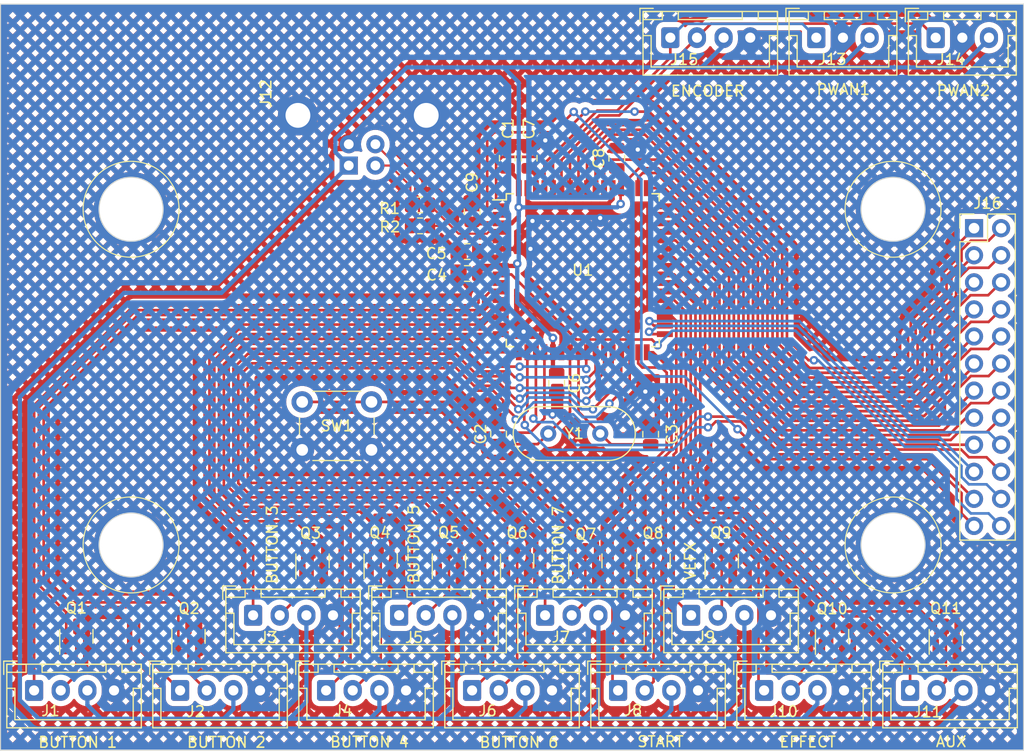
<source format=kicad_pcb>
(kicad_pcb (version 20221018) (generator pcbnew)
  (layers (0 "F.Cu" signal) (31 "B.Cu" signal) (34 "B.Paste" user) (35 "F.Paste" user) (36 "B.SilkS" user "B.Silkscreen") (37 "F.SilkS" user "F.Silkscreen") (38 "B.Mask" user) (39 "F.Mask" user) (44 "Edge.Cuts" user))
  (net 0 "")
  (net 1 "+5V")
  (net 2 "GND")
  (net 3 "Net-(U1-XTAL2)")
  (net 4 "Net-(U1-XTAL1)")
  (net 5 "Net-(U1-UCap)")
  (net 6 "Net-(U1-AREF)")
  (net 7 "Net-(J1-Pin_1)")
  (net 8 "Net-(J1-Pin_2)")
  (net 9 "Net-(J2-Pin_1)")
  (net 10 "Net-(J2-Pin_2)")
  (net 11 "Net-(J3-Pin_1)")
  (net 12 "Net-(J3-Pin_2)")
  (net 13 "Net-(J4-Pin_1)")
  (net 14 "Net-(J4-Pin_2)")
  (net 15 "Net-(J5-Pin_1)")
  (net 16 "Net-(J5-Pin_2)")
  (net 17 "Net-(J6-Pin_1)")
  (net 18 "Net-(J6-Pin_2)")
  (net 19 "Net-(J7-Pin_1)")
  (net 20 "Net-(J7-Pin_2)")
  (net 21 "Net-(J8-Pin_1)")
  (net 22 "Net-(J8-Pin_2)")
  (net 23 "Net-(J9-Pin_1)")
  (net 24 "Net-(J9-Pin_2)")
  (net 25 "Net-(J10-Pin_1)")
  (net 26 "Net-(J10-Pin_2)")
  (net 27 "Net-(J11-Pin_1)")
  (net 28 "Net-(J11-Pin_2)")
  (net 29 "/USB-R_D-")
  (net 30 "/USB-R_D+")
  (net 31 "Net-(J13-Pin_1)")
  (net 32 "Net-(J14-Pin_1)")
  (net 33 "Net-(J16-Pin_1)")
  (net 34 "Net-(J16-Pin_2)")
  (net 35 "Net-(J16-Pin_3)")
  (net 36 "Net-(J16-Pin_4)")
  (net 37 "Net-(J16-Pin_5)")
  (net 38 "Net-(J16-Pin_6)")
  (net 39 "Net-(J16-Pin_7)")
  (net 40 "Net-(J16-Pin_8)")
  (net 41 "Net-(J16-Pin_9)")
  (net 42 "Net-(J16-Pin_10)")
  (net 43 "Net-(J16-Pin_11)")
  (net 44 "Net-(J16-Pin_12)")
  (net 45 "Net-(J16-Pin_13)")
  (net 46 "Net-(J16-Pin_14)")
  (net 47 "Net-(J16-Pin_15)")
  (net 48 "Net-(J16-Pin_16)")
  (net 49 "Net-(J16-Pin_17)")
  (net 50 "Net-(J16-Pin_18)")
  (net 51 "Net-(J16-Pin_19)")
  (net 52 "Net-(J16-Pin_20)")
  (net 53 "Net-(J16-Pin_21)")
  (net 54 "Net-(J16-Pin_22)")
  (net 55 "Net-(J16-Pin_23)")
  (net 56 "Net-(J16-Pin_24)")
  (net 57 "Net-(Q1-G)")
  (net 58 "Net-(Q2-G)")
  (net 59 "Net-(Q3-G)")
  (net 60 "Net-(Q4-G)")
  (net 61 "Net-(Q5-G)")
  (net 62 "Net-(Q6-G)")
  (net 63 "Net-(Q7-G)")
  (net 64 "Net-(Q8-G)")
  (net 65 "Net-(Q9-G)")
  (net 66 "Net-(Q10-G)")
  (net 67 "Net-(Q11-G)")
  (net 68 "/MCU_D-")
  (net 69 "/MCU_D+")
  (net 70 "Net-(U1-RESET)")
  (footprint "Resistor_SMD:R_0805_2012Metric" (layer "F.Cu") (at 115.82 63.9 180)
    (fp_text reference "R1")
    (fp_text value "22" hide)
  )
  (footprint "Connector_JST:JST_XH_B4B-XH-A_1x04_P2.50mm_Vertical" (layer "F.Cu") (at 79.604 109.462)
    (fp_text reference "J1")
    (fp_text value "BUTTON 1")
  )
  (footprint "Capacitor_SMD:C_0805_2012Metric" (layer "F.Cu") (at 120.25 68.28)
    (fp_text reference "C5")
    (fp_text value "1uF" hide)
  )
  (footprint "Package_TO_SOT_SMD:SOT-23" (layer "F.Cu") (at 165.16 104.3915 90)
    (fp_text reference "Q11")
    (fp_text value "2N7002" hide)
  )
  (footprint "Connector_PinHeader_2.54mm:PinHeader_2x12_P2.54mm_Vertical" (layer "F.Cu") (at 167.804 66.087)
    (fp_text reference "J16")
    (fp_text value "GPIO")
  )
  (footprint "Crystal:Crystal_HC49-4H_Vertical" (layer "F.Cu") (at 127.85 85.36)
    (fp_text reference "Y1")
    (fp_text value "16MHz")
  )
  (footprint "Resistor_SMD:R_0805_2012Metric" (layer "F.Cu") (at 115.82 65.87 180)
    (fp_text reference "R2")
    (fp_text value "22" hide)
  )
  (footprint "Package_QFP:TQFP-64_14x14mm_P0.8mm" (layer "F.Cu") (at 131.09 70.03)
    (fp_text reference "U1")
    (fp_text value "AT90USB1286")
  )
  (footprint "Connector_JST:JST_XH_B4B-XH-A_1x04_P2.50mm_Vertical" (layer "F.Cu") (at 113.854 102.412)
    (fp_text reference "J5")
    (fp_text value "BUTTON 5")
  )
  (footprint "Connector_JST:JST_XH_B4B-XH-A_1x04_P2.50mm_Vertical" (layer "F.Cu") (at 100.154 102.412)
    (fp_text reference "J3")
    (fp_text value "BUTTON 3")
  )
  (footprint "Capacitor_SMD:C_0805_2012Metric" (layer "F.Cu") (at 124.01 59.52 90)
    (fp_text reference "C1")
    (fp_text value "100nF" hide)
  )
  (footprint "Package_TO_SOT_SMD:SOT-23" (layer "F.Cu") (at 94.09 104.3915 90)
    (fp_text reference "Q2")
    (fp_text value "2N7002" hide)
  )
  (footprint "Package_TO_SOT_SMD:SOT-23" (layer "F.Cu") (at 118.53 97.3025 90)
    (fp_text reference "Q5")
    (fp_text value "2N7002" hide)
  )
  (footprint "Capacitor_SMD:C_0805_2012Metric" (layer "F.Cu") (at 137.46 85.42 90)
    (fp_text reference "C3")
    (fp_text value "10pF")
  )
  (footprint "Connector_USB:USB_B_OST_USB-B1HSxx_Horizontal" (layer "F.Cu") (at 109.13 60.21 90)
    (fp_text reference "J12")
    (fp_text value "USB_B")
  )
  (footprint "Package_TO_SOT_SMD:SOT-23" (layer "F.Cu") (at 105.73 97.3025 90)
    (fp_text reference "Q3")
    (fp_text value "2N7002" hide)
  )
  (footprint "Connector_JST:JST_XH_B4B-XH-A_1x04_P2.50mm_Vertical" (layer "F.Cu") (at 134.404 109.462)
    (fp_text reference "J8")
    (fp_text value "START")
  )
  (footprint "Connector_JST:JST_XH_B4B-XH-A_1x04_P2.50mm_Vertical" (layer "F.Cu") (at 139.304 48.212)
    (fp_text reference "J15")
    (fp_text value "ENCODER")
  )
  (footprint "Package_TO_SOT_SMD:SOT-23" (layer "F.Cu") (at 131.33 97.3025 90)
    (fp_text reference "Q7")
    (fp_text value "2N7002" hide)
  )
  (footprint "Connector_JST:JST_XH_B4B-XH-A_1x04_P2.50mm_Vertical" (layer "F.Cu") (at 127.554 102.412)
    (fp_text reference "J7")
    (fp_text value "BUTTON 7")
  )
  (footprint "Capacitor_SMD:C_0805_2012Metric" (layer "F.Cu") (at 134.28 59.53 90)
    (fp_text reference "C8")
    (fp_text value "100nF" hide)
  )
  (footprint "Package_TO_SOT_SMD:SOT-23" (layer "F.Cu") (at 112.13 97.3025 90)
    (fp_text reference "Q4")
    (fp_text value "2N7002" hide)
  )
  (footprint "Capacitor_SMD:C_0805_2012Metric" (layer "F.Cu") (at 126.06 59.52 -90)
    (fp_text reference "C7")
    (fp_text value "100nF" hide)
  )
  (footprint "Capacitor_SMD:C_0805_2012Metric" (layer "F.Cu") (at 120.71 64.55 90)
    (fp_text reference "C9")
    (fp_text value "100nF")
  )
  (footprint "Package_TO_SOT_SMD:SOT-23" (layer "F.Cu") (at 137.73 97.3025 90)
    (fp_text reference "Q8")
    (fp_text value "2N7002" hide)
  )
  (footprint "Connector_JST:JST_XH_B3B-XH-A_1x03_P2.50mm_Vertical" (layer "F.Cu") (at 164.204 48.212)
    (fp_text reference "J14")
    (fp_text value "PWAN2")
  )
  (footprint "Connector_JST:JST_XH_B4B-XH-A_1x04_P2.50mm_Vertical" (layer "F.Cu") (at 120.704 109.462)
    (fp_text reference "J6")
    (fp_text value "BUTTON 6")
  )
  (footprint "Capacitor_SMD:C_0805_2012Metric" (layer "F.Cu") (at 128.64 80.64 -90)
    (fp_text reference "C6")
    (fp_text value "100nF")
  )
  (footprint "Capacitor_SMD:C_0805_2012Metric" (layer "F.Cu") (at 120.25 70.34 180)
    (fp_text reference "C4")
    (fp_text value "1uF" hide)
  )
  (footprint "Connector_JST:JST_XH_B4B-XH-A_1x04_P2.50mm_Vertical" (layer "F.Cu") (at 161.804 109.462)
    (fp_text reference "J11")
    (fp_text value "AUX")
  )
  (footprint "Connector_JST:JST_XH_B4B-XH-A_1x04_P2.50mm_Vertical" (layer "F.Cu") (at 141.254 102.412)
    (fp_text reference "J9")
    (fp_text value "VEFX")
  )
  (footprint "Connector_JST:JST_XH_B4B-XH-A_1x04_P2.50mm_Vertical" (layer "F.Cu") (at 93.304 109.462)
    (fp_text reference "J2")
    (fp_text value "BUTTON 2")
  )
  (footprint "Connector_JST:JST_XH_B4B-XH-A_1x04_P2.50mm_Vertical" (layer "F.Cu") (at 107.004 109.462)
    (fp_text reference "J4")
    (fp_text value "BUTTON 4")
  )
  (footprint "Package_TO_SOT_SMD:SOT-23" (layer "F.Cu") (at 144.13 97.3025 90)
    (fp_text reference "Q9")
    (fp_text value "2N7002" hide)
  )
  (footprint "Connector_JST:JST_XH_B3B-XH-A_1x03_P2.50mm_Vertical" (layer "F.Cu") (at 153.004 48.212)
    (fp_text reference "J13")
    (fp_text value "PWAN1")
  )
  (footprint "Capacitor_SMD:C_0805_2012Metric" (layer "F.Cu") (at 123.19 85.4 90)
    (fp_text reference "C2")
    (fp_text value "10pF")
  )
  (footprint "Connector_JST:JST_XH_B4B-XH-A_1x04_P2.50mm_Vertical" (layer "F.Cu") (at 148.104 109.462)
    (fp_text reference "J10")
    (fp_text value "EFFECT")
  )
  (footprint "Button_Switch_THT:SW_PUSH_6mm" (layer "F.Cu") (at 111.26 86.89 180)
    (fp_text reference "SW1")
    (fp_text value "SW_Push" hide)
  )
  (footprint "Package_TO_SOT_SMD:SOT-23" (layer "F.Cu") (at 154.48 104.3915 90)
    (fp_text reference "Q10")
    (fp_text value "2N7002" hide)
  )
  (footprint "Package_TO_SOT_SMD:SOT-23" (layer "F.Cu") (at 124.93 97.3025 90)
    (fp_text reference "Q6")
    (fp_text value "2N7002" hide)
  )
  (footprint "Package_TO_SOT_SMD:SOT-23" (layer "F.Cu") (at 83.57 104.3915 90)
    (fp_text reference "Q1")
    (fp_text value "2N7002" hide)
  )
  (gr_circle (center 88.704 64.312) (end 93.204 64.312) (stroke (width 0.1)) (fill none) (layer "F.SilkS"))
  (gr_circle (center 160.204 64.312) (end 164.704 64.312) (stroke (width 0.1)) (fill none) (layer "F.SilkS"))
  (gr_circle (center 88.704 95.812) (end 93.204 95.812) (stroke (width 0.1)) (fill none) (layer "F.SilkS"))
  (gr_circle (center 160.204 95.812) (end 164.704 95.812) (stroke (width 0.1)) (fill none) (layer "F.SilkS"))
  (gr_circle (center 160.204 64.312) (end 163.204 64.312) (stroke (width 0.1)) (fill none) (layer "Edge.Cuts"))
  (gr_circle (center 160.204 95.812) (end 163.204 95.812) (stroke (width 0.1)) (fill none) (layer "Edge.Cuts"))
  (gr_line (start 172.454 45.062) (end 76.454 45.062) (stroke (width 0.1)) (layer "Edge.Cuts"))
  (gr_line (start 172.454 45.062) (end 172.454 115.062) (stroke (width 0.1)) (layer "Edge.Cuts"))
  (gr_circle (center 88.704 95.812) (end 91.704 95.812) (stroke (width 0.1)) (fill none) (layer "Edge.Cuts"))
  (gr_circle (center 88.704 64.312) (end 91.704 64.312) (stroke (width 0.1)) (fill none) (layer "Edge.Cuts"))
  (gr_line (start 76.454 115.062) (end 76.454 45.062) (stroke (width 0.1)) (layer "Edge.Cuts"))
  (gr_line (start 76.454 115.062) (end 172.454 115.062) (stroke (width 0.1)) (layer "Edge.Cuts"))
  (segment (start 123.39 65.63) (end 120.84 65.63) (width 0.4) (layer "F.Cu") (net 1))
  (segment (start 121.91 69.63) (end 121.2 70.34) (width 0.4) (layer "F.Cu") (net 1))
  (segment (start 125.08 64.965) (end 124.415 65.63) (width 0.4) (layer "F.Cu") (net 1))
  (segment (start 124.72 69.63) (end 123.39 69.63) (width 0.4) (layer "F.Cu") (net 1))
  (segment (start 124.415 65.63) (end 123.39 65.63) (width 0.4) (layer "F.Cu") (net 1))
  (segment (start 123.39 69.63) (end 121.91 69.63) (width 0.4) (layer "F.Cu") (net 1))
  (segment (start 120.84 65.63) (end 120.71 65.5) (width 0.4) (layer "F.Cu") (net 1))
  (segment (start 125.08 64.13) (end 125.08 64.965) (width 0.4) (layer "F.Cu") (net 1))
  (segment (start 125.08 64.13) (end 125.08 62.34) (width 0.4) (layer "F.Cu") (net 1))
  (segment (start 128.29 76.39) (end 128.29 77.73) (width 0.4) (layer "F.Cu") (net 1))
  (segment (start 125.09 61.55) (end 124.01 60.47) (width 0.4) (layer "F.Cu") (net 1))
  (segment (start 125.09 62.33) (end 125.09 61.55) (width 0.4) (layer "F.Cu") (net 1))
  (segment (start 125.08 62.34) (end 125.09 62.33) (width 0.4) (layer "F.Cu") (net 1))
  (segment (start 134.69 62.33) (end 134.69 60.89) (width 0.25) (layer "F.Cu") (net 1))
  (segment (start 128.29 77.73) (end 128.29 79.34) (width 0.4) (layer "F.Cu") (net 1))
  (segment (start 128.29 79.34) (end 128.64 79.69) (width 0.4) (layer "F.Cu") (net 1))
  (segment (start 134.64 62.38) (end 134.69 62.33) (width 0.25) (layer "F.Cu") (net 1))
  (segment (start 134.64 63.81) (end 134.64 62.38) (width 0.25) (layer "F.Cu") (net 1))
  (segment (start 124.94 69.41) (end 124.72 69.63) (width 0.4) (layer "F.Cu") (net 1))
  (segment (start 134.69 60.89) (end 134.28 60.48) (width 0.25) (layer "F.Cu") (net 1))
  (via (at 128.29 76.39) (size 0.8) (drill 0.4) (layers "F.Cu" "B.Cu") (net 1))
  (via (at 134.64 63.81) (size 0.8) (drill 0.4) (layers "F.Cu" "B.Cu") (net 1))
  (via (at 124.94 69.41) (size 0.8) (drill 0.4) (layers "F.Cu" "B.Cu") (net 1))
  (via (at 125.08 64.13) (size 0.8) (drill 0.4) (layers "F.Cu" "B.Cu") (net 1))
  (segment (start 144.304 48.936) (end 144.304 48.212) (width 0.4) (layer "B.Cu") (net 1))
  (segment (start 125.704 109.462) (end 125.704 111.036) (width 0.4) (layer "B.Cu") (net 1))
  (segment (start 125.08 69.27) (end 124.94 69.41) (width 0.4) (layer "B.Cu") (net 1))
  (segment (start 125.704 111.036) (end 124.62 112.12) (width 0.4) (layer "B.Cu") (net 1))
  (segment (start 155.216 51) (end 158.004 48.212) (width 0.4) (layer "B.Cu") (net 1))
  (segment (start 97.39 112.12) (end 103.57 112.12) (width 0.4) (layer "B.Cu") (net 1))
  (segment (start 166.541 51) (end 169.204 48.337) (width 0.4) (layer "B.Cu") (net 1))
  (segment (start 103.57 112.12) (end 111.12 112.12) (width 0.4) (layer "B.Cu") (net 1))
  (segment (start 142.24 51) (end 155.216 51) (width 0.4) (layer "B.Cu") (net 1))
  (segment (start 138.56 112.12) (end 144.91 112.12) (width 0.4) (layer "B.Cu") (net 1))
  (segment (start 84.604 110.824) (end 85.9 112.12) (width 0.4) (layer "B.Cu") (net 1))
  (segment (start 123.67 51) (end 128.18 51) (width 0.4) (layer "B.Cu") (net 1))
  (segment (start 88.04 72.16) (end 97.18 72.16) (width 0.4) (layer "B.Cu") (net 1))
  (segment (start 151.71 112.12) (end 164.146 112.12) (width 0.4) (layer "B.Cu") (net 1))
  (segment (start 117.65 112.12) (end 124.62 112.12) (width 0.4) (layer "B.Cu") (net 1))
  (segment (start 105.154 102.412) (end 105.154 110.536) (width 0.4) (layer "B.Cu") (net 1))
  (segment (start 97.18 72.16) (end 109.13 60.21) (width 0.4) (layer "B.Cu") (net 1))
  (segment (start 78.27 110.372239) (end 78.27 81.93) (width 0.4) (layer "B.Cu") (net 1))
  (segment (start 105.154 110.536) (end 103.57 112.12) (width 0.4) (layer "B.Cu") (net 1))
  (segment (start 114.572233 51) (end 123.67 51) (width 0.4) (layer "B.Cu") (net 1))
  (segment (start 124.62 112.12) (end 131.22 112.12) (width 0.4) (layer "B.Cu") (net 1))
  (segment (start 80.017761 112.12) (end 78.27 110.372239) (width 0.4) (layer "B.Cu") (net 1))
  (segment (start 169.204 48.337) (end 169.204 48.212) (width 0.4) (layer "B.Cu") (net 1))
  (segment (start 118.854 110.916) (end 117.65 112.12) (width 0.4) (layer "B.Cu") (net 1))
  (segment (start 155.216 51) (end 166.541 51) (width 0.4) (layer "B.Cu") (net 1))
  (segment (start 132.554 102.412) (end 132.554 110.786) (width 0.4) (layer "B.Cu") (net 1))
  (segment (start 139.404 111.276) (end 138.56 112.12) (width 0.4) (layer "B.Cu") (net 1))
  (segment (start 139.404 109.462) (end 139.404 111.276) (width 0.4) (layer "B.Cu") (net 1))
  (segment (start 125.08 64.13) (end 134.32 64.13) (width 0.4) (layer "B.Cu") (net 1))
  (segment (start 131.22 112.12) (end 138.56 112.12) (width 0.4) (layer "B.Cu") (net 1))
  (segment (start 146.254 102.412) (end 146.254 110.776) (width 0.4) (layer "B.Cu") (net 1))
  (segment (start 118.854 102.412) (end 118.854 110.916) (width 0.4) (layer "B.Cu") (net 1))
  (segment (start 124.94 73.04) (end 128.29 76.39) (width 0.4) (layer "B.Cu") (net 1))
  (segment (start 125.08 64.13) (end 125.08 69.27) (width 0.4) (layer "B.Cu") (net 1))
  (segment (start 78.27 81.93) (end 88.04 72.16) (width 0.4) (layer "B.Cu") (net 1))
  (segment (start 109.13 60.21) (end 107.88 58.96) (width 0.4) (layer "B.Cu") (net 1))
  (segment (start 153.104 110.726) (end 151.71 112.12) (width 0.4) (layer "B.Cu") (net 1))
  (segment (start 124.94 69.41) (end 124.94 73.04) (width 0.4) (layer "B.Cu") (net 1))
  (segment (start 98.304 111.206) (end 97.39 112.12) (width 0.4) (layer "B.Cu") (net 1))
  (segment (start 112.004 109.462) (end 112.004 111.236) (width 0.4) (layer "B.Cu") (net 1))
  (segment (start 164.146 112.12) (end 166.804 109.462) (width 0.4) (layer "B.Cu") (net 1))
  (segment (start 98.304 109.462) (end 98.304 111.206) (width 0.4) (layer "B.Cu") (net 1))
  (segment (start 142.24 51) (end 144.304 48.936) (width 0.4) (layer "B.Cu") (net 1))
  (segment (start 144.91 112.12) (end 151.71 112.12) (width 0.4) (layer "B.Cu") (net 1))
  (segment (start 107.88 57.692233) (end 114.572233 51) (width 0.4) (layer "B.Cu") (net 1))
  (segment (start 112.004 111.236) (end 111.12 112.12) (width 0.4) (layer "B.Cu") (net 1))
  (segment (start 132.554 110.786) (end 131.22 112.12) (width 0.4) (layer "B.Cu") (net 1))
  (segment (start 134.32 64.13) (end 134.64 63.81) (width 0.4) (layer "B.Cu") (net 1))
  (segment (start 111.12 112.12) (end 117.65 112.12) (width 0.4) (layer "B.Cu") (net 1))
  (segment (start 128.18 51) (end 142.24 51) (width 0.4) (layer "B.Cu") (net 1))
  (segment (start 123.67 51) (end 125.08 52.41) (width 0.4) (layer "B.Cu") (net 1))
  (segment (start 125.08 52.41) (end 125.08 64.13) (width 0.4) (layer "B.Cu") (net 1))
  (segment (start 84.604 109.462) (end 84.604 110.824) (width 0.4) (layer "B.Cu") (net 1))
  (segment (start 153.104 109.462) (end 153.104 110.726) (width 0.4) (layer "B.Cu") (net 1))
  (segment (start 146.254 110.776) (end 144.91 112.12) (width 0.4) (layer "B.Cu") (net 1))
  (segment (start 85.9 112.12) (end 80.017761 112.12) (width 0.4) (layer "B.Cu") (net 1))
  (segment (start 85.9 112.12) (end 97.39 112.12) (width 0.4) (layer "B.Cu") (net 1))
  (segment (start 107.88 58.96) (end 107.88 57.692233) (width 0.4) (layer "B.Cu") (net 1))
  (segment (start 126.85 58.57) (end 127.57 57.85) (width 0.4) (layer "F.Cu") (net 2))
  (segment (start 126.06 58.57) (end 126.85 58.57) (width 0.4) (layer "F.Cu") (net 2))
  (segment (start 133.89 63.355) (end 132.72 64.525) (width 0.4) (layer "F.Cu") (net 2))
  (segment (start 123.39 68.03) (end 126.18 68.03) (width 0.4) (layer "F.Cu") (net 2))
  (segment (start 124.01 58.57) (end 126.06 58.57) (width 0.4) (layer "F.Cu") (net 2))
  (segment (start 132.72 64.525) (end 132.72 65.13) (width 0.4) (layer "F.Cu") (net 2))
  (segment (start 125.89 64.93) (end 126.37 65.41) (width 0.4) (layer "F.Cu") (net 2))
  (segment (start 128.621371 75.59) (end 125.75 75.59) (width 0.4) (layer "F.Cu") (net 2))
  (segment (start 125.75 75.59) (end 125.54 75.8) (width 0.4) (layer "F.Cu") (net 2))
  (segment (start 125.89 62.33) (end 125.89 64.93) (width 0.4) (layer "F.Cu") (net 2))
  (segment (start 133.89 62.33) (end 133.89 63.355) (width 0.4) (layer "F.Cu") (net 2))
  (segment (start 129.09 76.058629) (end 128.621371 75.59) (width 0.4) (layer "F.Cu") (net 2))
  (segment (start 129.09 77.73) (end 129.09 76.058629) (width 0.4) (layer "F.Cu") (net 2))
  (segment (start 128.64 81.59) (end 128.64 83.17) (width 0.25) (layer "F.Cu") (net 2))
  (segment (start 128.64 83.17) (end 128.25 83.56) (width 0.25) (layer "F.Cu") (net 2))
  (segment (start 134.28 58.58) (end 136.12 58.58) (width 0.4) (layer "F.Cu") (net 2))
  (segment (start 136.12 58.58) (end 136.25 58.71) (width 0.4) (layer "F.Cu") (net 2))
  (via (at 126.18 68.03) (size 0.8) (drill 0.4) (layers "F.Cu" "B.Cu") (net 2))
  (via (at 136.96 81.42) (size 0.8) (drill 0.4) (layers "F.Cu" "B.Cu") (net 2))
  (via (at 125.54 75.8) (size 0.8) (drill 0.4) (layers "F.Cu" "B.Cu") (net 2))
  (via (at 128.25 83.56) (size 0.8) (drill 0.4) (layers "F.Cu" "B.Cu") (net 2))
  (via (at 132.72 65.13) (size 0.8) (drill 0.4) (layers "F.Cu" "B.Cu") (net 2))
  (via (at 136.25 58.71) (size 0.8) (drill 0.4) (layers "F.Cu" "B.Cu") (net 2))
  (via (at 127.57 57.85) (size 0.8) (drill 0.4) (layers "F.Cu" "B.Cu") (net 2))
  (via (at 126.37 65.41) (size 0.8) (drill 0.4) (layers "F.Cu" "B.Cu") (net 2))
  (segment (start 130.885 84.255) (end 134.125 84.255) (width 0.25) (layer "B.Cu") (net 2))
  (segment (start 134.125 84.255) (end 136.96 81.42) (width 0.25) (layer "B.Cu") (net 2))
  (segment (start 128.25 83.56) (end 130.19 83.56) (width 0.25) (layer "B.Cu") (net 2))
  (segment (start 130.72 84.09) (end 130.885 84.255) (width 0.25) (layer "B.Cu") (net 2))
  (segment (start 130.19 83.56) (end 130.72 84.09) (width 0.25) (layer "B.Cu") (net 2))
  (segment (start 127.85 85.36) (end 129.89 83.32) (width 0.25) (layer "F.Cu") (net 3))
  (segment (start 129.89 83.32) (end 129.89 77.73) (width 0.25) (layer "F.Cu") (net 3))
  (segment (start 123.19 86.35) (end 126.86 86.35) (width 0.25) (layer "F.Cu") (net 3))
  (segment (start 126.86 86.35) (end 127.85 85.36) (width 0.25) (layer "F.Cu") (net 3))
  (segment (start 132.73 85.36) (end 130.69 83.32) (width 0.25) (layer "F.Cu") (net 4))
  (segment (start 130.69 83.32) (end 130.69 77.73) (width 0.25) (layer "F.Cu") (net 4))
  (segment (start 137.46 86.37) (end 133.74 86.37) (width 0.25) (layer "F.Cu") (net 4))
  (segment (start 133.74 86.37) (end 132.73 85.36) (width 0.25) (layer "F.Cu") (net 4))
  (segment (start 123.39 68.83) (end 121.75 68.83) (width 0.4) (layer "F.Cu") (net 5))
  (segment (start 121.75 68.83) (end 121.2 68.28) (width 0.4) (layer "F.Cu") (net 5))
  (segment (start 126.69 62.33) (end 126.69 61.1) (width 0.4) (layer "F.Cu") (net 6))
  (segment (start 126.69 61.1) (end 126.06 60.47) (width 0.4) (layer "F.Cu") (net 6))
  (segment (start 121.044416 73.33) (end 88.984812 73.33) (width 0.25) (layer "F.Cu") (net 7))
  (segment (start 79.604 109.462) (end 79.604 83.8) (width 0.25) (layer "F.Cu") (net 7))
  (segment (start 121.303604 72.48) (end 121.303604 73.070812) (width 0.25) (layer "F.Cu") (net 7))
  (segment (start 123.39 71.23) (end 122.553604 71.23) (width 0.25) (layer "F.Cu") (net 7))
  (segment (start 79.604 82.710812) (end 79.604 83.8) (width 0.25) (layer "F.Cu") (net 7))
  (segment (start 122.553604 71.23) (end 121.303604 72.48) (width 0.25) (layer "F.Cu") (net 7))
  (segment (start 121.303604 73.070812) (end 121.044416 73.33) (width 0.25) (layer "F.Cu") (net 7))
  (segment (start 88.984812 73.33) (end 79.604 82.710812) (width 0.25) (layer "F.Cu") (net 7))
  (segment (start 82.104 109.462) (end 83.57 107.996) (width 0.25) (layer "F.Cu") (net 8))
  (segment (start 83.57 107.996) (end 83.57 103.454) (width 0.25) (layer "F.Cu") (net 8))
  (segment (start 93.304 109.462) (end 89.444 105.602) (width 0.25) (layer "F.Cu") (net 9))
  (segment (start 121.417208 74.23) (end 89.357604 74.23) (width 0.25) (layer "F.Cu") (net 9))
  (segment (start 89.357604 74.23) (end 80.504 83.083604) (width 0.25) (layer "F.Cu") (net 9))
  (segment (start 123.39 72.83) (end 122.39 72.83) (width 0.25) (layer "F.Cu") (net 9))
  (segment (start 122.203604 73.016396) (end 122.203604 73.443604) (width 0.25) (layer "F.Cu") (net 9))
  (segment (start 80.504 99.387604) (end 80.504 83.37) (width 0.25) (layer "F.Cu") (net 9))
  (segment (start 89.444 102.654) (end 88.44 101.65) (width 0.25) (layer "F.Cu") (net 9))
  (segment (start 80.504 83.083604) (end 80.504 83.37) (width 0.25) (layer "F.Cu") (net 9))
  (segment (start 88.44 101.65) (end 82.766396 101.65) (width 0.25) (layer "F.Cu") (net 9))
  (segment (start 82.766396 101.65) (end 80.504 99.387604) (width 0.25) (layer "F.Cu") (net 9))
  (segment (start 89.444 105.602) (end 89.444 102.654) (width 0.25) (layer "F.Cu") (net 9))
  (segment (start 122.39 72.83) (end 122.203604 73.016396) (width 0.25) (layer "F.Cu") (net 9))
  (segment (start 122.203604 73.443604) (end 121.417208 74.23) (width 0.25) (layer "F.Cu") (net 9))
  (segment (start 94.09 107.748) (end 94.09 103.454) (width 0.25) (layer "F.Cu") (net 10))
  (segment (start 95.804 109.462) (end 94.09 107.748) (width 0.25) (layer "F.Cu") (net 10))
  (segment (start 121.79 75.13) (end 98.58802 75.13) (width 0.25) (layer "F.Cu") (net 11))
  (segment (start 122.49 74.43) (end 121.79 75.13) (width 0.25) (layer "F.Cu") (net 11))
  (segment (start 98.58802 75.13) (end 95.61 78.10802) (width 0.25) (layer "F.Cu") (net 11))
  (segment (start 95.61 78.10802) (end 95.61 91.32198) (width 0.25) (layer "F.Cu") (net 11))
  (segment (start 123.39 74.43) (end 122.49 74.43) (width 0.25) (layer "F.Cu") (net 11))
  (segment (start 95.61 91.32198) (end 98.32802 94.04) (width 0.25) (layer "F.Cu") (net 11))
  (segment (start 100.154 95.86598) (end 98.32802 94.04) (width 0.25) (layer "F.Cu") (net 11))
  (segment (start 100.154 102.412) (end 100.154 95.86598) (width 0.25) (layer "F.Cu") (net 11))
  (segment (start 105.73 99.336) (end 102.654 102.412) (width 0.25) (layer "F.Cu") (net 12))
  (segment (start 105.73 96.365) (end 105.73 99.336) (width 0.25) (layer "F.Cu") (net 12))
  (segment (start 109.294 93.725) (end 108.709 93.14) (width 0.25) (layer "F.Cu") (net 13))
  (segment (start 98.960812 76.03) (end 123.39 76.03) (width 0.25) (layer "F.Cu") (net 13))
  (segment (start 109.294 107.172) (end 109.294 93.725) (width 0.25) (layer "F.Cu") (net 13))
  (segment (start 107.004 109.462) (end 109.294 107.172) (width 0.25) (layer "F.Cu") (net 13))
  (segment (start 96.51 78.480812) (end 98.960812 76.03) (width 0.25) (layer "F.Cu") (net 13))
  (segment (start 108.709 93.14) (end 98.700812 93.14) (width 0.25) (layer "F.Cu") (net 13))
  (segment (start 96.51 90.949188) (end 96.51 78.480812) (width 0.25) (layer "F.Cu") (net 13))
  (segment (start 98.700812 93.14) (end 96.51 90.949188) (width 0.25) (layer "F.Cu") (net 13))
  (segment (start 109.504 109.462) (end 112.13 106.836) (width 0.25) (layer "F.Cu") (net 14))
  (segment (start 112.13 106.836) (end 112.13 96.365) (width 0.25) (layer "F.Cu") (net 14))
  (segment (start 115.054 93.725) (end 113.569 92.24) (width 0.25) (layer "F.Cu") (net 15))
  (segment (start 115.054 101.212) (end 115.054 93.725) (width 0.25) (layer "F.Cu") (net 15))
  (segment (start 99.333604 76.93) (end 119.49 76.93) (width 0.25) (layer "F.Cu") (net 15))
  (segment (start 131.4145 77.8055) (end 131.49 77.73) (width 0.25) (layer "F.Cu") (net 15))
  (segment (start 121.639502 79.079502) (end 125.1655 79.079502) (width 0.25) (layer "F.Cu") (net 15))
  (segment (start 131.4145 79.3) (end 131.4145 77.8055) (width 0.25) (layer "F.Cu") (net 15))
  (segment (start 119.49 76.93) (end 121.639502 79.079502) (width 0.25) (layer "F.Cu") (net 15))
  (segment (start 99.073604 92.24) (end 97.41 90.576396) (width 0.25) (layer "F.Cu") (net 15))
  (segment (start 113.854 102.412) (end 115.054 101.212) (width 0.25) (layer "F.Cu") (net 15))
  (segment (start 97.41 90.576396) (end 97.41 78.853604) (width 0.25) (layer "F.Cu") (net 15))
  (segment (start 113.569 92.24) (end 99.073604 92.24) (width 0.25) (layer "F.Cu") (net 15))
  (segment (start 97.41 78.853604) (end 99.333604 76.93) (width 0.25) (layer "F.Cu") (net 15))
  (via (at 131.4145 79.3) (size 0.8) (drill 0.4) (layers "F.Cu" "B.Cu") (net 15))
  (via (at 125.1655 79.079502) (size 0.8) (drill 0.4) (layers "F.Cu" "B.Cu") (net 15))
  (segment (start 131.194002 79.079502) (end 131.4145 79.3) (width 0.25) (layer "B.Cu") (net 15))
  (segment (start 125.1655 79.079502) (end 131.194002 79.079502) (width 0.25) (layer "B.Cu") (net 15))
  (segment (start 118.53 100.236) (end 118.53 96.365) (width 0.25) (layer "F.Cu") (net 16))
  (segment (start 116.354 102.412) (end 118.53 100.236) (width 0.25) (layer "F.Cu") (net 16))
  (segment (start 131.440302 81.299006) (end 133.09 79.649308) (width 0.25) (layer "F.Cu") (net 17))
  (segment (start 131.4145 81.299006) (end 131.440302 81.299006) (width 0.25) (layer "F.Cu") (net 17))
  (segment (start 133.09 79.649308) (end 133.09 77.73) (width 0.25) (layer "F.Cu") (net 17))
  (segment (start 119.157208 77.87) (end 121.26671 79.979502) (width 0.25) (layer "F.Cu") (net 17))
  (segment (start 120.704 109.462) (end 122.66 107.506) (width 0.25) (layer "F.Cu") (net 17))
  (segment (start 118.295 91.34) (end 99.446396 91.34) (width 0.25) (layer "F.Cu") (net 17))
  (segment (start 121.26671 79.979502) (end 123.24 79.979502) (width 0.25) (layer "F.Cu") (net 17))
  (segment (start 99.666396 77.87) (end 119.157208 77.87) (width 0.25) (layer "F.Cu") (net 17))
  (segment (start 98.31 79.226396) (end 99.666396 77.87) (width 0.25) (layer "F.Cu") (net 17))
  (segment (start 124.339006 81.078508) (end 125.1655 81.078508) (width 0.25) (layer "F.Cu") (net 17))
  (segment (start 98.31 90.203604) (end 98.31 79.226396) (width 0.25) (layer "F.Cu") (net 17))
  (segment (start 99.446396 91.34) (end 98.31 90.203604) (width 0.25) (layer "F.Cu") (net 17))
  (segment (start 122.66 95.705) (end 118.295 91.34) (width 0.25) (layer "F.Cu") (net 17))
  (segment (start 122.66 107.506) (end 122.66 95.705) (width 0.25) (layer "F.Cu") (net 17))
  (segment (start 123.24 79.979502) (end 124.339006 81.078508) (width 0.25) (layer "F.Cu") (net 17))
  (via (at 125.1655 81.078508) (size 0.8) (drill 0.4) (layers "F.Cu" "B.Cu") (net 17))
  (via (at 131.4145 81.299006) (size 0.8) (drill 0.4) (layers "F.Cu" "B.Cu") (net 17))
  (segment (start 125.1655 81.078508) (end 131.194002 81.078508) (width 0.25) (layer "B.Cu") (net 17))
  (segment (start 131.194002 81.078508) (end 131.4145 81.299006) (width 0.25) (layer "B.Cu") (net 17))
  (segment (start 124.93 107.736) (end 124.93 96.365) (width 0.25) (layer "F.Cu") (net 18))
  (segment (start 123.184 109.442) (end 123.204 109.462) (width 0.25) (layer "F.Cu") (net 18))
  (segment (start 123.204 109.462) (end 124.93 107.736) (width 0.25) (layer "F.Cu") (net 18))
  (segment (start 99.819188 90.44) (end 99.21 89.830812) (width 0.25) (layer "F.Cu") (net 19))
  (segment (start 123.289 90.44) (end 99.819188 90.44) (width 0.25) (layer "F.Cu") (net 19))
  (segment (start 99.21 79.599188) (end 100.039188 78.77) (width 0.25) (layer "F.Cu") (net 19))
  (segment (start 127.554 102.412) (end 127.554 94.705) (width 0.25) (layer "F.Cu") (net 19))
  (segment (start 125.033213 83.045507) (end 125.033213 83.06872) (width 0.25) (layer "F.Cu") (net 19))
  (segment (start 99.21 89.830812) (end 99.21 79.599188) (width 0.25) (layer "F.Cu") (net 19))
  (segment (start 120.893918 80.879502) (end 122.867208 80.879502) (width 0.25) (layer "F.Cu") (net 19))
  (segment (start 127.554 94.705) (end 123.289 90.44) (width 0.25) (layer "F.Cu") (net 19))
  (segment (start 100.039188 78.77) (end 118.784416 78.77) (width 0.25) (layer "F.Cu") (net 19))
  (segment (start 118.784416 78.77) (end 120.893918 80.879502) (width 0.25) (layer "F.Cu") (net 19))
  (segment (start 122.867208 80.879502) (end 125.033213 83.045507) (width 0.25) (layer "F.Cu") (net 19))
  (segment (start 132.037616 83.08) (end 134.69 80.427616) (width 0.25) (layer "F.Cu") (net 19))
  (segment (start 134.69 80.427616) (end 134.69 77.73) (width 0.25) (layer "F.Cu") (net 19))
  (via (at 132.037616 83.08) (size 0.8) (drill 0.4) (layers "F.Cu" "B.Cu") (net 19))
  (via (at 125.033213 83.06872) (size 0.8) (drill 0.4) (layers "F.Cu" "B.Cu") (net 19))
  (segment (start 125.033213 83.06872) (end 125.200096 83.06872) (width 0.25) (layer "B.Cu") (net 19))
  (segment (start 125.200096 83.06872) (end 125.8905 82.378316) (width 0.25) (layer "B.Cu") (net 19))
  (segment (start 125.8905 82.144404) (end 126.056396 81.978508) (width 0.25) (layer "B.Cu") (net 19))
  (segment (start 125.8905 82.378316) (end 125.8905 82.144404) (width 0.25) (layer "B.Cu") (net 19))
  (segment (start 129.882112 81.978508) (end 130.983604 83.08) (width 0.25) (layer "B.Cu") (net 19))
  (segment (start 130.983604 83.08) (end 132.037616 83.08) (width 0.25) (layer "B.Cu") (net 19))
  (segment (start 126.056396 81.978508) (end 129.882112 81.978508) (width 0.25) (layer "B.Cu") (net 19))
  (segment (start 131.33 101.136) (end 131.33 96.365) (width 0.25) (layer "F.Cu") (net 20))
  (segment (start 130.054 102.412) (end 131.33 101.136) (width 0.25) (layer "F.Cu") (net 20))
  (segment (start 135.524 92.536) (end 135.524 90.156) (width 0.25) (layer "F.Cu") (net 21))
  (segment (start 134.404 109.462) (end 133.879 108.937) (width 0.25) (layer "F.Cu") (net 21))
  (segment (start 136.67 79.16) (end 136.29 78.78) (width 0.25) (layer "F.Cu") (net 21))
  (segment (start 133.879 94.181) (end 134.015 94.045) (width 0.25) (layer "F.Cu") (net 21))
  (segment (start 133.879 108.937) (end 133.879 94.181) (width 0.25) (layer "F.Cu") (net 21))
  (segment (start 134.015 94.045) (end 135.524 92.536) (width 0.25) (layer "F.Cu") (net 21))
  (segment (start 138.965 79.641396) (end 138.483604 79.16) (width 0.25) (layer "F.Cu") (net 21))
  (segment (start 138.483604 79.16) (end 136.67 79.16) (width 0.25) (layer "F.Cu") (net 21))
  (segment (start 136.29 78.78) (end 136.29 77.73) (width 0.25) (layer "F.Cu") (net 21))
  (segment (start 135.524 90.156) (end 138.965 86.715) (width 0.25) (layer "F.Cu") (net 21))
  (segment (start 138.965 86.715) (end 138.965 79.641396) (width 0.25) (layer "F.Cu") (net 21))
  (segment (start 137.73 108.636) (end 137.73 96.365) (width 0.25) (layer "F.Cu") (net 22))
  (segment (start 136.904 109.462) (end 137.73 108.636) (width 0.25) (layer "F.Cu") (net 22))
  (segment (start 139.865 74.785) (end 139.51 74.43) (width 0.25) (layer "F.Cu") (net 23))
  (segment (start 139.614 87.338792) (end 139.865 87.087792) (width 0.25) (layer "F.Cu") (net 23))
  (segment (start 139.614 100.772) (end 139.614 87.338792) (width 0.25) (layer "F.Cu") (net 23))
  (segment (start 139.51 74.43) (end 138.79 74.43) (width 0.25) (layer "F.Cu") (net 23))
  (segment (start 139.865 87.087792) (end 139.865 74.785) (width 0.25) (layer "F.Cu") (net 23))
  (segment (start 141.254 102.412) (end 139.614 100.772) (width 0.25) (layer "F.Cu") (net 23))
  (segment (start 144.13 102.036) (end 144.13 96.365) (width 0.25) (layer "F.Cu") (net 24))
  (segment (start 143.754 102.412) (end 144.13 102.036) (width 0.25) (layer "F.Cu") (net 24))
  (segment (start 140.514 92.393604) (end 140.514 87.711584) (width 0.25) (layer "F.Cu") (net 25))
  (segment (start 148.104 109.462) (end 147.579 108.937) (width 0.25) (layer "F.Cu") (net 25))
  (segment (start 147.579 108.937) (end 147.579 97.45) (width 0.25) (layer "F.Cu") (net 25))
  (segment (start 140.514 87.711584) (end 140.765 87.460584) (width 0.25) (layer "F.Cu") (net 25))
  (segment (start 140.765 87.460584) (end 140.765 73.93) (width 0.25) (layer "F.Cu") (net 25))
  (segment (start 140.765 73.93) (end 139.665 72.83) (width 0.25) (layer "F.Cu") (net 25))
  (segment (start 147.579 97.45) (end 143.854 93.725) (width 0.25) (layer "F.Cu") (net 25))
  (segment (start 141.845396 93.725) (end 140.514 92.393604) (width 0.25) (layer "F.Cu") (net 25))
  (segment (start 139.665 72.83) (end 138.79 72.83) (width 0.25) (layer "F.Cu") (net 25))
  (segment (start 143.854 93.725) (end 141.845396 93.725) (width 0.25) (layer "F.Cu") (net 25))
  (segment (start 150.604 109.462) (end 150.806251 109.462) (width 0.25) (layer "F.Cu") (net 26))
  (segment (start 150.604 109.462) (end 150.832251 109.462) (width 0.25) (layer "F.Cu") (net 26))
  (segment (start 154.48 105.788251) (end 154.48 103.454) (width 0.25) (layer "F.Cu") (net 26))
  (segment (start 150.806251 109.462) (end 154.48 105.788251) (width 0.25) (layer "F.Cu") (net 26))
  (segment (start 141.665 73.23) (end 139.665 71.23) (width 0.25) (layer "F.Cu") (net 27))
  (segment (start 157.944 102.507) (end 155.542478 102.507) (width 0.25) (layer "F.Cu") (net 27))
  (segment (start 161.804 109.462) (end 161.804 106.367) (width 0.25) (layer "F.Cu") (net 27))
  (segment (start 145.860478 92.825) (end 142.218188 92.825) (width 0.25) (layer "F.Cu") (net 27))
  (segment (start 141.414 88.084376) (end 141.665 87.833376) (width 0.25) (layer "F.Cu") (net 27))
  (segment (start 142.218188 92.825) (end 141.414 92.020812) (width 0.25) (layer "F.Cu") (net 27))
  (segment (start 155.542478 102.507) (end 145.860478 92.825) (width 0.25) (layer "F.Cu") (net 27))
  (segment (start 141.414 92.020812) (end 141.414 88.084376) (width 0.25) (layer "F.Cu") (net 27))
  (segment (start 141.665 87.833376) (end 141.665 73.23) (width 0.25) (layer "F.Cu") (net 27))
  (segment (start 139.665 71.23) (end 138.79 71.23) (width 0.25) (layer "F.Cu") (net 27))
  (segment (start 161.804 106.367) (end 157.944 102.507) (width 0.25) (layer "F.Cu") (net 27))
  (segment (start 165.16 108.606) (end 164.304 109.462) (width 0.25) (layer "F.Cu") (net 28))
  (segment (start 165.16 103.454) (end 165.16 108.606) (width 0.25) (layer "F.Cu") (net 28))
  (segment (start 114.9075 62.123897) (end 112.993603 60.21) (width 0.2) (layer "F.Cu") (net 29))
  (segment (start 112.993603 60.21) (end 111.63 60.21) (width 0.2) (layer "F.Cu") (net 29))
  (segment (start 114.9075 63.9) (end 114.9075 62.123897) (width 0.2) (layer "F.Cu") (net 29))
  (segment (start 115.72 63.222183) (end 115.3575 62.859683) (width 0.2) (layer "F.Cu") (net 30))
  (segment (start 115.3575 61.9375) (end 111.63 58.21) (width 0.2) (layer "F.Cu") (net 30))
  (segment (start 115.72 64.577817) (end 115.72 63.222183) (width 0.2) (layer "F.Cu") (net 30))
  (segment (start 115.3575 62.859683) (end 115.3575 61.9375) (width 0.2) (layer "F.Cu") (net 30))
  (segment (start 115.3575 64.940317) (end 115.72 64.577817) (width 0.2) (layer "F.Cu") (net 30))
  (segment (start 115.3575 65.42) (end 115.3575 64.940317) (width 0.2) (layer "F.Cu") (net 30))
  (segment (start 114.9075 65.87) (end 115.3575 65.42) (width 0.2) (layer "F.Cu") (net 30))
  (segment (start 139.304 50.075604) (end 139.304 48.212) (width 0.25) (layer "F.Cu") (net 31))
  (segment (start 134.324604 55.055) (end 139.304 50.075604) (width 0.25) (layer "F.Cu") (net 31))
  (segment (start 132.448451 55.055) (end 134.324604 55.055) (width 0.25) (layer "F.Cu") (net 31))
  (segment (start 127.49 60.013451) (end 132.448451 55.055) (width 0.25) (layer "F.Cu") (net 31))
  (segment (start 127.49 62.33) (end 127.49 60.013451) (width 0.25) (layer "F.Cu") (net 31))
  (segment (start 139.304 48.212) (end 140.604 46.912) (width 0.25) (layer "B.Cu") (net 31))
  (segment (start 151.704 46.912) (end 153.004 48.212) (width 0.25) (layer "B.Cu") (net 31))
  (segment (start 140.604 46.912) (end 151.704 46.912) (width 0.25) (layer "B.Cu") (net 31))
  (segment (start 132.634847 55.505) (end 134.511 55.505) (width 0.25) (layer "F.Cu") (net 32))
  (segment (start 128.29 62.33) (end 128.29 59.849847) (width 0.25) (layer "F.Cu") (net 32))
  (segment (start 162.882 46.89) (end 143.126 46.89) (width 0.25) (layer "F.Cu") (net 32))
  (segment (start 134.511 55.505) (end 141.804 48.212) (width 0.25) (layer "F.Cu") (net 32))
  (segment (start 143.126 46.89) (end 141.804 48.212) (width 0.25) (layer "F.Cu") (net 32))
  (segment (start 164.204 48.212) (end 162.882 46.89) (width 0.25) (layer "F.Cu") (net 32))
  (segment (start 128.29 59.849847) (end 132.634847 55.505) (width 0.25) (layer "F.Cu") (net 32))
  (segment (start 132.821243 55.955) (end 137.481168 55.955) (width 0.25) (layer "F.Cu") (net 33))
  (segment (start 149.8 68.273832) (end 149.8 76.637664) (width 0.25) (layer "F.Cu") (net 33))
  (segment (start 129.09 62.33) (end 129.09 59.686243) (width 0.25) (layer "F.Cu") (net 33))
  (segment (start 161.871858 74.795461) (end 164.771452 71.895867) (width 0.25) (layer "F.Cu") (net 33))
  (segment (start 164.771452 71.895867) (end 164.771452 70.386756) (width 0.25) (layer "F.Cu") (net 33))
  (segment (start 161.608254 76.08437) (end 161.871858 75.820766) (width 0.25) (layer "F.Cu") (net 33))
  (segment (start 149.8 76.637664) (end 152.369336 79.207) (width 0.25) (layer "F.Cu") (net 33))
  (segment (start 161.261943 79.207) (end 161.608254 78.860689) (width 0.25) (layer "F.Cu") (net 33))
  (segment (start 161.608254 78.860689) (end 161.608254 76.08437) (width 0.25) (layer "F.Cu") (net 33))
  (segment (start 166.179 68.979208) (end 166.179 67.712) (width 0.25) (layer "F.Cu") (net 33))
  (segment (start 129.09 59.686243) (end 132.821243 55.955) (width 0.25) (layer "F.Cu") (net 33))
  (segment (start 164.771452 70.386756) (end 166.179 68.979208) (width 0.25) (layer "F.Cu") (net 33))
  (segment (start 166.179 67.712) (end 167.804 66.087) (width 0.25) (layer "F.Cu") (net 33))
  (segment (start 137.481168 55.955) (end 149.8 68.273832) (width 0.25) (layer "F.Cu") (net 33))
  (segment (start 152.369336 79.207) (end 161.261943 79.207) (width 0.25) (layer "F.Cu") (net 33))
  (segment (start 161.871858 75.820766) (end 161.871858 74.795461) (width 0.25) (layer "F.Cu") (net 33))
  (segment (start 162.058254 79.047085) (end 162.058254 76.270766) (width 0.25) (layer "F.Cu") (net 34))
  (segment (start 167.507299 67.262) (end 169.169 67.262) (width 0.25) (layer "F.Cu") (net 34))
  (segment (start 162.058254 76.270766) (end 162.321858 76.007162) (width 0.25) (layer "F.Cu") (net 34))
  (segment (start 165.221452 72.082263) (end 165.221452 70.573152) (width 0.25) (layer "F.Cu") (net 34))
  (segment (start 129.89 59.522639) (end 133.007639 56.405) (width 0.25) (layer "F.Cu") (net 34))
  (segment (start 166.629 69.165604) (end 166.629 68.140299) (width 0.25) (layer "F.Cu") (net 34))
  (segment (start 149.35 68.460228) (end 149.35 76.82406) (width 0.25) (layer "F.Cu") (net 34))
  (segment (start 129.89 62.33) (end 129.89 59.522639) (width 0.25) (layer "F.Cu") (net 34))
  (segment (start 162.321858 74.981857) (end 165.221452 72.082263) (width 0.25) (layer "F.Cu") (net 34))
  (segment (start 166.629 68.140299) (end 167.507299 67.262) (width 0.25) (layer "F.Cu") (net 34))
  (segment (start 161.448339 79.657) (end 162.058254 79.047085) (width 0.25) (layer "F.Cu") (net 34))
  (segment (start 152.18294 79.657) (end 161.448339 79.657) (width 0.25) (layer "F.Cu") (net 34))
  (segment (start 133.007639 56.405) (end 137.294772 56.405) (width 0.25) (layer "F.Cu") (net 34))
  (segment (start 137.294772 56.405) (end 149.35 68.460228) (width 0.25) (layer "F.Cu") (net 34))
  (segment (start 149.35 76.82406) (end 152.18294 79.657) (width 0.25) (layer "F.Cu") (net 34))
  (segment (start 165.221452 70.573152) (end 166.629 69.165604) (width 0.25) (layer "F.Cu") (net 34))
  (segment (start 162.321858 76.007162) (end 162.321858 74.981857) (width 0.25) (layer "F.Cu") (net 34))
  (segment (start 169.169 67.262) (end 170.344 66.087) (width 0.25) (layer "F.Cu") (net 34))
  (segment (start 130.69 59.359035) (end 133.194035 56.855) (width 0.25) (layer "F.Cu") (net 35))
  (segment (start 137.108376 56.855) (end 148.9 68.646624) (width 0.25) (layer "F.Cu") (net 35))
  (segment (start 165.671452 70.759548) (end 167.804 68.627) (width 0.25) (layer "F.Cu") (net 35))
  (segment (start 162.771858 75.168253) (end 165.671452 72.268659) (width 0.25) (layer "F.Cu") (net 35))
  (segment (start 162.508254 76.457162) (end 162.771858 76.193558) (width 0.25) (layer "F.Cu") (net 35))
  (segment (start 133.194035 56.855) (end 137.108376 56.855) (width 0.25) (layer "F.Cu") (net 35))
  (segment (start 151.996544 80.107) (end 161.634735 80.107) (width 0.25) (layer "F.Cu") (net 35))
  (segment (start 162.508254 79.233481) (end 162.508254 76.457162) (width 0.25) (layer "F.Cu") (net 35))
  (segment (start 165.671452 72.268659) (end 165.671452 70.759548) (width 0.25) (layer "F.Cu") (net 35))
  (segment (start 161.634735 80.107) (end 162.508254 79.233481) (width 0.25) (layer "F.Cu") (net 35))
  (segment (start 148.9 68.646624) (end 148.9 77.010456) (width 0.25) (layer "F.Cu") (net 35))
  (segment (start 130.69 62.33) (end 130.69 59.359035) (width 0.25) (layer "F.Cu") (net 35))
  (segment (start 162.771858 76.193558) (end 162.771858 75.168253) (width 0.25) (layer "F.Cu") (net 35))
  (segment (start 148.9 77.010456) (end 151.996544 80.107) (width 0.25) (layer "F.Cu") (net 35))
  (segment (start 133.380431 57.305) (end 136.92198 57.305) (width 0.25) (layer "F.Cu") (net 36))
  (segment (start 166.121452 72.455055) (end 166.121452 70.997847) (width 0.25) (layer "F.Cu") (net 36))
  (segment (start 131.49 62.33) (end 131.49 59.195431) (width 0.25) (layer "F.Cu") (net 36))
  (segment (start 151.810148 80.557) (end 161.821131 80.557) (width 0.25) (layer "F.Cu") (net 36))
  (segment (start 161.821131 80.557) (end 162.958254 79.419877) (width 0.25) (layer "F.Cu") (net 36))
  (segment (start 131.49 59.195431) (end 133.380431 57.305) (width 0.25) (layer "F.Cu") (net 36))
  (segment (start 169.169 69.802) (end 170.344 68.627) (width 0.25) (layer "F.Cu") (net 36))
  (segment (start 166.121452 70.997847) (end 167.317299 69.802) (width 0.25) (layer "F.Cu") (net 36))
  (segment (start 163.221858 75.354649) (end 166.121452 72.455055) (width 0.25) (layer "F.Cu") (net 36))
  (segment (start 162.958254 79.419877) (end 162.958254 76.643558) (width 0.25) (layer "F.Cu") (net 36))
  (segment (start 136.92198 57.305) (end 148.42 68.80302) (width 0.25) (layer "F.Cu") (net 36))
  (segment (start 167.317299 69.802) (end 169.169 69.802) (width 0.25) (layer "F.Cu") (net 36))
  (segment (start 162.958254 76.643558) (end 163.221858 76.379954) (width 0.25) (layer "F.Cu") (net 36))
  (segment (start 148.42 77.166852) (end 151.810148 80.557) (width 0.25) (layer "F.Cu") (net 36))
  (segment (start 163.221858 76.379954) (end 163.221858 75.354649) (width 0.25) (layer "F.Cu") (net 36))
  (segment (start 148.42 68.80302) (end 148.42 77.166852) (width 0.25) (layer "F.Cu") (net 36))
  (segment (start 166.571452 72.399548) (end 167.804 71.167) (width 0.25) (layer "F.Cu") (net 37))
  (segment (start 163.671858 76.56635) (end 163.671858 75.541045) (width 0.25) (layer "F.Cu") (net 37))
  (segment (start 163.408254 76.829954) (end 163.671858 76.56635) (width 0.25) (layer "F.Cu") (net 37))
  (segment (start 147.965 77.348248) (end 151.623752 81.007) (width 0.25) (layer "F.Cu") (net 37))
  (segment (start 132.29 62.33) (end 132.29 59.031827) (width 0.25) (layer "F.Cu") (net 37))
  (segment (start 147.965 68.984416) (end 147.965 77.348248) (width 0.25) (layer "F.Cu") (net 37))
  (segment (start 166.571452 72.641451) (end 166.571452 72.399548) (width 0.25) (layer "F.Cu") (net 37))
  (segment (start 163.671858 75.541045) (end 166.571452 72.641451) (width 0.25) (layer "F.Cu") (net 37))
  (segment (start 133.566827 57.755) (end 136.735584 57.755) (width 0.25) (layer "F.Cu") (net 37))
  (segment (start 151.623752 81.007) (end 162.007527 81.007) (width 0.25) (layer "F.Cu") (net 37))
  (segment (start 136.735584 57.755) (end 147.965 68.984416) (width 0.25) (layer "F.Cu") (net 37))
  (segment (start 162.007527 81.007) (end 163.408254 79.606273) (width 0.25) (layer "F.Cu") (net 37))
  (segment (start 163.408254 79.606273) (end 163.408254 76.829954) (width 0.25) (layer "F.Cu") (net 37))
  (segment (start 132.29 59.031827) (end 133.566827 57.755) (width 0.25) (layer "F.Cu") (net 37))
  (segment (start 137.999188 59.655) (end 147.515 69.170812) (width 0.25) (layer "F.Cu") (net 38))
  (segment (start 163.858254 77.01635) (end 164.121858 76.752746) (width 0.25) (layer "F.Cu") (net 38))
  (segment (start 147.515 69.170812) (end 147.515 77.534644) (width 0.25) (layer "F.Cu") (net 38))
  (segment (start 169.131 72.38) (end 170.344 71.167) (width 0.25) (layer "F.Cu") (net 38))
  (segment (start 164.121858 75.727441) (end 167.469299 72.38) (width 0.25) (layer "F.Cu") (net 38))
  (segment (start 151.437356 81.457) (end 162.193923 81.457) (width 0.25) (layer "F.Cu") (net 38))
  (segment (start 147.515 77.534644) (end 151.437356 81.457) (width 0.25) (layer "F.Cu") (net 38))
  (segment (start 167.469299 72.38) (end 169.131 72.38) (width 0.25) (layer "F.Cu") (net 38))
  (segment (start 164.121858 76.752746) (end 164.121858 75.727441) (width 0.25) (layer "F.Cu") (net 38))
  (segment (start 162.193923 81.457) (end 163.858254 79.792669) (width 0.25) (layer "F.Cu") (net 38))
  (segment (start 133.09 62.33) (end 133.09 60.131827) (width 0.25) (layer "F.Cu") (net 38))
  (segment (start 133.09 60.131827) (end 133.566827 59.655) (width 0.25) (layer "F.Cu") (net 38))
  (segment (start 133.566827 59.655) (end 137.999188 59.655) (width 0.25) (layer "F.Cu") (net 38))
  (segment (start 163.858254 79.792669) (end 163.858254 77.01635) (width 0.25) (layer "F.Cu") (net 38))
  (segment (start 164.308254 79.979065) (end 164.308254 77.202746) (width 0.25) (layer "F.Cu") (net 39))
  (segment (start 135.49 62.33) (end 135.49 61.33) (width 0.25) (layer "F.Cu") (net 39))
  (segment (start 147.065 69.357208) (end 147.065 77.72104) (width 0.25) (layer "F.Cu") (net 39))
  (segment (start 138.167792 60.46) (end 147.065 69.357208) (width 0.25) (layer "F.Cu") (net 39))
  (segment (start 151.25096 81.907) (end 162.380319 81.907) (width 0.25) (layer "F.Cu") (net 39))
  (segment (start 135.49 61.33) (end 136.36 60.46) (width 0.25) (layer "F.Cu") (net 39))
  (segment (start 162.380319 81.907) (end 164.308254 79.979065) (width 0.25) (layer "F.Cu") (net 39))
  (segment (start 147.065 77.72104) (end 151.25096 81.907) (width 0.25) (layer "F.Cu") (net 39))
  (segment (start 136.36 60.46) (end 138.167792 60.46) (width 0.25) (layer "F.Cu") (net 39))
  (segment (start 164.308254 77.202746) (end 167.804 73.707) (width 0.25) (layer "F.Cu") (net 39))
  (segment (start 136.29 61.33) (end 136.71 60.91) (width 0.25) (layer "F.Cu") (net 40))
  (segment (start 151.064564 82.357) (end 162.566715 82.357) (width 0.25) (layer "F.Cu") (net 40))
  (segment (start 136.71 60.91) (end 137.981396 60.91) (width 0.25) (layer "F.Cu") (net 40))
  (segment (start 169.169 74.882) (end 170.344 73.707) (width 0.25) (layer "F.Cu") (net 40))
  (segment (start 137.981396 60.91) (end 146.615 69.543604) (width 0.25) (layer "F.Cu") (net 40))
  (segment (start 164.758254 80.165461) (end 164.758254 77.631045) (width 0.25) (layer "F.Cu") (net 40))
  (segment (start 162.566715 82.357) (end 164.758254 80.165461) (width 0.25) (layer "F.Cu") (net 40))
  (segment (start 164.758254 77.631045) (end 167.507299 74.882) (width 0.25) (layer "F.Cu") (net 40))
  (segment (start 146.615 77.907436) (end 151.064564 82.357) (width 0.25) (layer "F.Cu") (net 40))
  (segment (start 146.615 69.543604) (end 146.615 77.907436) (width 0.25) (layer "F.Cu") (net 40))
  (segment (start 136.29 62.33) (end 136.29 61.33) (width 0.25) (layer "F.Cu") (net 40))
  (segment (start 167.507299 74.882) (end 169.169 74.882) (width 0.25) (layer "F.Cu") (net 40))
  (segment (start 165.208254 80.351857) (end 165.208254 78.842746) (width 0.25) (layer "F.Cu") (net 41))
  (segment (start 146.165 78.093832) (end 150.878168 82.807) (width 0.25) (layer "F.Cu") (net 41))
  (segment (start 137.09 62.33) (end 138.765 62.33) (width 0.25) (layer "F.Cu") (net 41))
  (segment (start 165.208254 78.842746) (end 167.804 76.247) (width 0.25) (layer "F.Cu") (net 41))
  (segment (start 146.165 69.73) (end 146.165 78.093832) (width 0.25) (layer "F.Cu") (net 41))
  (segment (start 138.765 62.33) (end 146.165 69.73) (width 0.25) (layer "F.Cu") (net 41))
  (segment (start 150.878168 82.807) (end 162.753111 82.807) (width 0.25) (layer "F.Cu") (net 41))
  (segment (start 162.753111 82.807) (end 165.208254 80.351857) (width 0.25) (layer "F.Cu") (net 41))
  (segment (start 139.626396 64.03) (end 145.715 70.118604) (width 0.25) (layer "F.Cu") (net 42))
  (segment (start 169.169 77.422) (end 170.344 76.247) (width 0.25) (layer "F.Cu") (net 42))
  (segment (start 165.658254 80.538253) (end 165.658254 79.271045) (width 0.25) (layer "F.Cu") (net 42))
  (segment (start 145.715 70.118604) (end 145.715 78.280228) (width 0.25) (layer "F.Cu") (net 42))
  (segment (start 167.507299 77.422) (end 169.169 77.422) (width 0.25) (layer "F.Cu") (net 42))
  (segment (start 162.939507 83.257) (end 165.658254 80.538253) (width 0.25) (layer "F.Cu") (net 42))
  (segment (start 150.691772 83.257) (end 162.939507 83.257) (width 0.25) (layer "F.Cu") (net 42))
  (segment (start 145.715 78.280228) (end 150.691772 83.257) (width 0.25) (layer "F.Cu") (net 42))
  (segment (start 165.658254 79.271045) (end 167.507299 77.422) (width 0.25) (layer "F.Cu") (net 42))
  (segment (start 138.79 64.03) (end 139.626396 64.03) (width 0.25) (layer "F.Cu") (net 42))
  (segment (start 138.79 64.83) (end 139.79 64.83) (width 0.25) (layer "F.Cu") (net 43))
  (segment (start 163.125903 83.707) (end 167.804 79.028903) (width 0.25) (layer "F.Cu") (net 43))
  (segment (start 139.79 64.83) (end 145.265 70.305) (width 0.25) (layer "F.Cu") (net 43))
  (segment (start 167.804 79.028903) (end 167.804 78.787) (width 0.25) (layer "F.Cu") (net 43))
  (segment (start 150.505376 83.707) (end 163.125903 83.707) (width 0.25) (layer "F.Cu") (net 43))
  (segment (start 145.265 70.305) (end 145.265 78.466624) (width 0.25) (layer "F.Cu") (net 43))
  (segment (start 145.265 78.466624) (end 150.505376 83.707) (width 0.25) (layer "F.Cu") (net 43))
  (segment (start 167.507299 79.962) (end 169.169 79.962) (width 0.25) (layer "F.Cu") (net 44))
  (segment (start 169.169 79.962) (end 170.344 78.787) (width 0.25) (layer "F.Cu") (net 44))
  (segment (start 165.06 83.17) (end 165.06 82.409299) (width 0.25) (layer "F.Cu") (net 44))
  (segment (start 165.06 82.409299) (end 167.507299 79.962) (width 0.25) (layer "F.Cu") (net 44))
  (segment (start 144.815 70.655) (end 144.815 78.65302) (width 0.25) (layer "F.Cu") (net 44))
  (segment (start 138.79 65.63) (end 139.79 65.63) (width 0.25) (layer "F.Cu") (net 44))
  (segment (start 150.31898 84.157) (end 164.073 84.157) (width 0.25) (layer "F.Cu") (net 44))
  (segment (start 139.79 65.63) (end 144.815 70.655) (width 0.25) (layer "F.Cu") (net 44))
  (segment (start 144.815 78.65302) (end 150.31898 84.157) (width 0.25) (layer "F.Cu") (net 44))
  (segment (start 164.073 84.157) (end 165.06 83.17) (width 0.25) (layer "F.Cu") (net 44))
  (segment (start 139.79 66.43) (end 144.365 71.005) (width 0.25) (layer "F.Cu") (net 45))
  (segment (start 164.524 84.607) (end 167.804 81.327) (width 0.25) (layer "F.Cu") (net 45))
  (segment (start 144.365 78.839416) (end 150.132584 84.607) (width 0.25) (layer "F.Cu") (net 45))
  (segment (start 150.132584 84.607) (end 164.524 84.607) (width 0.25) (layer "F.Cu") (net 45))
  (segment (start 144.365 71.005) (end 144.365 78.839416) (width 0.25) (layer "F.Cu") (net 45))
  (segment (start 138.79 66.43) (end 139.79 66.43) (width 0.25) (layer "F.Cu") (net 45))
  (segment (start 169.169 82.502) (end 170.344 81.327) (width 0.25) (layer "F.Cu") (net 46))
  (segment (start 167.507299 82.502) (end 169.169 82.502) (width 0.25) (layer "F.Cu") (net 46))
  (segment (start 138.79 67.23) (end 139.79 67.23) (width 0.25) (layer "F.Cu") (net 46))
  (segment (start 143.915 79.025812) (end 149.946188 85.057) (width 0.25) (layer "F.Cu") (net 46))
  (segment (start 139.79 67.23) (end 143.915 71.355) (width 0.25) (layer "F.Cu") (net 46))
  (segment (start 143.915 71.355) (end 143.915 79.025812) (width 0.25) (layer "F.Cu") (net 46))
  (segment (start 149.946188 85.057) (end 164.952299 85.057) (width 0.25) (layer "F.Cu") (net 46))
  (segment (start 164.952299 85.057) (end 167.507299 82.502) (width 0.25) (layer "F.Cu") (net 46))
  (segment (start 149.759792 85.507) (end 143.465 79.212208) (width 0.25) (layer "F.Cu") (net 47))
  (segment (start 139.665 68.03) (end 138.79 68.03) (width 0.25) (layer "F.Cu") (net 47))
  (segment (start 143.465 71.83) (end 139.665 68.03) (width 0.25) (layer "F.Cu") (net 47))
  (segment (start 165.433604 85.507) (end 149.759792 85.507) (width 0.25) (layer "F.Cu") (net 47))
  (segment (start 167.073604 83.867) (end 165.433604 85.507) (width 0.25) (layer "F.Cu") (net 47))
  (segment (start 167.804 83.867) (end 167.073604 83.867) (width 0.25) (layer "F.Cu") (net 47))
  (segment (start 143.465 79.212208) (end 143.465 71.83) (width 0.25) (layer "F.Cu") (net 47))
  (segment (start 139.626396 68.83) (end 143.015 72.218604) (width 0.25) (layer "F.Cu") (net 48))
  (segment (start 143.015 79.398604) (end 149.573396 85.957) (width 0.25) (layer "F.Cu") (net 48))
  (segment (start 165.62 85.957) (end 166.345 85.232) (width 0.25) (layer "F.Cu") (net 48))
  (segment (start 166.345 85.232) (end 168.979 85.232) (width 0.25) (layer "F.Cu") (net 48))
  (segment (start 138.79 68.83) (end 139.626396 68.83) (width 0.25) (layer "F.Cu") (net 48))
  (segment (start 143.015 72.218604) (end 143.015 79.398604) (width 0.25) (layer "F.Cu") (net 48))
  (segment (start 149.573396 85.957) (end 165.62 85.957) (width 0.25) (layer "F.Cu") (net 48))
  (segment (start 168.979 85.232) (end 170.344 83.867) (width 0.25) (layer "F.Cu") (net 48))
  (segment (start 139.79 69.63) (end 142.565 72.405) (width 0.25) (layer "F.Cu") (net 49))
  (segment (start 142.565 72.405) (end 142.565 79.585) (width 0.25) (layer "F.Cu") (net 49))
  (segment (start 149.387 86.407) (end 167.804 86.407) (width 0.25) (layer "F.Cu") (net 49))
  (segment (start 138.79 69.63) (end 139.79 69.63) (width 0.25) (layer "F.Cu") (net 49))
  (segment (start 142.565 79.585) (end 149.387 86.407) (width 0.25) (layer "F.Cu") (net 49))
  (segment (start 137.76 75.23) (end 137.34 74.81) (width 0.25) (layer "F.Cu") (net 50))
  (segment (start 138.79 75.23) (end 137.76 75.23) (width 0.25) (layer "F.Cu") (net 50))
  (via (at 137.34 74.81) (size 0.8) (drill 0.4) (layers "F.Cu" "B.Cu") (net 50))
  (segment (start 161.842 85.232) (end 169.169 85.232) (width 0.25) (layer "B.Cu") (net 50))
  (segment (start 169.169 85.232) (end 170.344 86.407) (width 0.25) (layer "B.Cu") (net 50))
  (segment (start 137.34 74.81) (end 151.42 74.81) (width 0.25) (layer "B.Cu") (net 50))
  (segment (start 151.42 74.81) (end 161.842 85.232) (width 0.25) (layer "B.Cu") (net 50))
  (segment (start 137.532248 76.03) (end 137.31134 75.809092) (width 0.25) (layer "F.Cu") (net 51))
  (segment (start 138.79 76.03) (end 137.532248 76.03) (width 0.25) (layer "F.Cu") (net 51))
  (via (at 137.31134 75.809092) (size 0.8) (drill 0.4) (layers "F.Cu" "B.Cu") (net 51))
  (segment (start 137.31134 75.809092) (end 137.520908 75.809092) (width 0.25) (layer "B.Cu") (net 51))
  (segment (start 161.655604 85.682) (end 164.539 85.682) (width 0.25) (layer "B.Cu") (net 51))
  (segment (start 164.539 85.682) (end 167.804 88.947) (width 0.25) (layer "B.Cu") (net 51))
  (segment (start 151.233604 75.26) (end 161.655604 85.682) (width 0.25) (layer "B.Cu") (net 51))
  (segment (start 137.520908 75.809092) (end 138.07 75.26) (width 0.25) (layer "B.Cu") (net 51))
  (segment (start 138.07 75.26) (end 151.233604 75.26) (width 0.25) (layer "B.Cu") (net 51))
  (segment (start 166.592299 86.857) (end 167.317299 87.582) (width 0.25) (layer "F.Cu") (net 52))
  (segment (start 149.200604 86.857) (end 166.592299 86.857) (width 0.25) (layer "F.Cu") (net 52))
  (segment (start 126.69 83.6745) (end 126.69 83.7154) (width 0.25) (layer "F.Cu") (net 52))
  (segment (start 167.317299 87.582) (end 168.979 87.582) (width 0.25) (layer "F.Cu") (net 52))
  (segment (start 142.8395 83.77) (end 146.113604 83.77) (width 0.25) (layer "F.Cu") (net 52))
  (segment (start 168.979 87.582) (end 170.344 88.947) (width 0.25) (layer "F.Cu") (net 52))
  (segment (start 126.69 77.73) (end 126.69 83.6745) (width 0.25) (layer "F.Cu") (net 52))
  (segment (start 146.113604 83.77) (end 149.200604 86.857) (width 0.25) (layer "F.Cu") (net 52))
  (segment (start 126.69 83.7154) (end 126.451739 83.953661) (width 0.25) (layer "F.Cu") (net 52))
  (via (at 126.451739 83.953661) (size 0.8) (drill 0.4) (layers "F.Cu" "B.Cu") (net 52))
  (via (at 142.8395 83.77) (size 0.8) (drill 0.4) (layers "F.Cu" "B.Cu") (net 52))
  (segment (start 139.355 86.435) (end 130.44528 86.435) (width 0.25) (layer "B.Cu") (net 52))
  (segment (start 128.29528 84.285) (end 126.783078 84.285) (width 0.25) (layer "B.Cu") (net 52))
  (segment (start 126.783078 84.285) (end 126.451739 83.953661) (width 0.25) (layer "B.Cu") (net 52))
  (segment (start 130.44528 86.435) (end 128.29528 84.285) (width 0.25) (layer "B.Cu") (net 52))
  (segment (start 142.8395 83.77) (end 142.02 83.77) (width 0.25) (layer "B.Cu") (net 52))
  (segment (start 142.02 83.77) (end 139.355 86.435) (width 0.25) (layer "B.Cu") (net 52))
  (segment (start 143.030497 84.769503) (end 143.58 84.22) (width 0.25) (layer "F.Cu") (net 53))
  (segment (start 125.89 77.73) (end 125.89 83.23) (width 0.25) (layer "F.Cu") (net 53))
  (segment (start 163.624 87.307) (end 167.804 91.487) (width 0.25) (layer "F.Cu") (net 53))
  (segment (start 125.6 83.52) (end 125.6 84.5005) (width 0.25) (layer "F.Cu") (net 53))
  (segment (start 145.927208 84.22) (end 149.014208 87.307) (width 0.25) (layer "F.Cu") (net 53))
  (segment (start 125.6 84.5005) (end 125.65 84.5505) (width 0.25) (layer "F.Cu") (net 53))
  (segment (start 149.014208 87.307) (end 163.624 87.307) (width 0.25) (layer "F.Cu") (net 53))
  (segment (start 125.89 83.23) (end 125.6 83.52) (width 0.25) (layer "F.Cu") (net 53))
  (segment (start 143.58 84.22) (end 145.927208 84.22) (width 0.25) (layer "F.Cu") (net 53))
  (segment (start 142.8395 84.769503) (end 143.030497 84.769503) (width 0.25) (layer "F.Cu") (net 53))
  (via (at 142.8395 84.769503) (size 0.8) (drill 0.4) (layers "F.Cu" "B.Cu") (net 53))
  (via (at 125.65 84.5505) (size 0.8) (drill 0.4) (layers "F.Cu" "B.Cu") (net 53))
  (segment (start 125.65 84.5505) (end 125.65 84.68028) (width 0.25) (layer "B.Cu") (net 53))
  (segment (start 141.656893 84.769503) (end 142.8395 84.769503) (width 0.25) (layer "B.Cu") (net 53))
  (segment (start 125.65 84.68028) (end 127.85472 86.885) (width 0.25) (layer "B.Cu") (net 53))
  (segment (start 139.536396 86.89) (end 141.656893 84.769503) (width 0.25) (layer "B.Cu") (net 53))
  (segment (start 135.56 86.89) (end 139.536396 86.89) (width 0.25) (layer "B.Cu") (net 53))
  (segment (start 127.85472 86.885) (end 135.555 86.885) (width 0.25) (layer "B.Cu") (net 53))
  (segment (start 135.555 86.885) (end 135.56 86.89) (width 0.25) (layer "B.Cu") (net 53))
  (segment (start 130.494092 76.534092) (end 124.39 70.43) (width 0.25) (layer "F.Cu") (net 54))
  (segment (start 124.39 70.43) (end 123.39 70.43) (width 0.25) (layer "F.Cu") (net 54))
  (segment (start 137.574092 76.534092) (end 130.494092 76.534092) (width 0.25) (layer "F.Cu") (net 54))
  (segment (start 138.11 77.07) (end 137.574092 76.534092) (width 0.25) (layer "F.Cu") (net 54))
  (via (at 138.11 77.07) (size 0.8) (drill 0.4) (layers "F.Cu" "B.Cu") (net 54))
  (segment (start 164.14 86.132) (end 161.469208 86.132) (width 0.25) (layer "B.Cu") (net 54))
  (segment (start 151.047208 75.71) (end 149.24 75.71) (width 0.25) (layer "B.Cu") (net 54))
  (segment (start 161.469208 86.132) (end 160.698604 85.361396) (width 0.25) (layer "B.Cu") (net 54))
  (segment (start 160.698604 85.361396) (end 151.047208 75.71) (width 0.25) (layer "B.Cu") (net 54))
  (segment (start 166.620302 88.399698) (end 165.625302 87.404698) (width 0.25) (layer "B.Cu") (net 54))
  (segment (start 170.344 91.487) (end 168.979 90.122) (width 0.25) (layer "B.Cu") (net 54))
  (segment (start 167.317299 90.122) (end 166.620302 89.425003) (width 0.25) (layer "B.Cu") (net 54))
  (segment (start 164.352604 86.132) (end 164.14 86.132) (width 0.25) (layer "B.Cu") (net 54))
  (segment (start 139.47 75.71) (end 138.11 77.07) (width 0.25) (layer "B.Cu") (net 54))
  (segment (start 166.620302 89.425003) (end 166.620302 88.399698) (width 0.25) (layer "B.Cu") (net 54))
  (segment (start 149.24 75.71) (end 139.47 75.71) (width 0.25) (layer "B.Cu") (net 54))
  (segment (start 168.979 90.122) (end 167.317299 90.122) (width 0.25) (layer "B.Cu") (net 54))
  (segment (start 165.625302 87.404698) (end 164.352604 86.132) (width 0.25) (layer "B.Cu") (net 54))
  (segment (start 166.629 91.13) (end 166.629 90.948396) (width 0.25) (layer "F.Cu") (net 55))
  (segment (start 130.24 55.17) (end 128.32 57.09) (width 0.25) (layer "F.Cu") (net 55))
  (segment (start 122.12 64.5) (end 122.12 64.26) (width 0.25) (layer "F.Cu") (net 55))
  (segment (start 122.45 64.83) (end 123.39 64.83) (width 0.25) (layer "F.Cu") (net 55))
  (segment (start 166.629 90.948396) (end 166.455302 90.774698) (width 0.25) (layer "F.Cu") (net 55))
  (segment (start 163.437604 87.757) (end 162.85 87.757) (width 0.25) (layer "F.Cu") (net 55))
  (segment (start 166.455302 90.774698) (end 163.437604 87.757) (width 0.25) (layer "F.Cu") (net 55))
  (segment (start 162.85 87.757) (end 148.4225 87.757) (width 0.25) (layer "F.Cu") (net 55))
  (segment (start 122.45 64.83) (end 122.12 64.5) (width 0.25) (layer "F.Cu") (net 55))
  (segment (start 128.32 57.09) (end 122.78 57.09) (width 0.25) (layer "F.Cu") (net 55))
  (segment (start 166.629 92.852) (end 166.629 91.13) (width 0.25) (layer "F.Cu") (net 55))
  (segment (start 148.4225 87.757) (end 145.61 84.9445) (width 0.25) (layer "F.Cu") (net 55))
  (segment (start 167.804 94.027) (end 166.629 92.852) (width 0.25) (layer "F.Cu") (net 55))
  (segment (start 122.12 57.75) (end 122.12 64.26) (width 0.25) (layer "F.Cu") (net 55))
  (segment (start 122.78 57.09) (end 122.12 57.75) (width 0.25) (layer "F.Cu") (net 55))
  (via (at 145.61 84.9445) (size 0.8) (drill 0.4) (layers "F.Cu" "B.Cu") (net 55))
  (via (at 130.24 55.17) (size 0.8) (drill 0.4) (layers "F.Cu" "B.Cu") (net 55))
  (segment (start 140.6655 80) (end 137.89 80) (width 0.25) (layer "B.Cu") (net 55))
  (segment (start 137.89 80) (end 136.58634 78.69634) (width 0.25) (layer "B.Cu") (net 55))
  (segment (start 136.58634 61.51634) (end 130.24 55.17) (width 0.25) (layer "B.Cu") (net 55))
  (segment (start 136.58634 78.69634) (end 136.58634 61.51634) (width 0.25) (layer "B.Cu") (net 55))
  (segment (start 145.61 84.9445) (end 140.6655 80) (width 0.25) (layer "B.Cu") (net 55))
  (segment (start 149.316282 67.153718) (end 137.312564 55.15) (width 0.25) (layer "F.Cu") (net 56))
  (segment (start 151.959366 78.160634) (end 150.25 76.451268) (width 0.25) (layer "F.Cu") (net 56))
  (segment (start 150.25 76.451268) (end 150.25 68.71) (width 0.25) (layer "F.Cu") (net 56))
  (segment (start 152.278732 78.48) (end 151.959366 78.160634) (width 0.25) (layer "F.Cu") (net 56))
  (segment (start 123.546827 59.395) (end 122.96 59.981827) (width 0.25) (layer "F.Cu") (net 56))
  (segment (start 122.96 59.981827) (end 122.96 63.6) (width 0.25) (layer "F.Cu") (net 56))
  (segment (start 127.083852 59.395) (end 123.546827 59.395) (width 0.25) (layer "F.Cu") (net 56))
  (segment (start 152.78 78.48) (end 152.278732 78.48) (width 0.25) (layer "F.Cu") (net 56))
  (segment (start 150.25 68.71) (end 150.25 68.087436) (width 0.25) (layer "F.Cu") (net 56))
  (segment (start 137.312564 55.15) (end 135.95 55.15) (width 0.25) (layer "F.Cu") (net 56))
  (segment (start 150.25 68.087436) (end 149.316282 67.153718) (width 0.25) (layer "F.Cu") (net 56))
  (segment (start 131.329426 55.149426) (end 127.083852 59.395) (width 0.25) (layer "F.Cu") (net 56))
  (segment (start 122.96 63.6) (end 123.39 64.03) (width 0.25) (layer "F.Cu") (net 56))
  (via (at 131.329426 55.149426) (size 0.8) (drill 0.4) (layers "F.Cu" "B.Cu") (net 56))
  (via (at 135.95 55.15) (size 0.8) (drill 0.4) (layers "F.Cu" "B.Cu") (net 56))
  (via (at 152.78 78.48) (size 0.8) (drill 0.4) (layers "F.Cu" "B.Cu") (net 56))
  (segment (start 153.180812 78.48) (end 152.78 78.48) (width 0.25) (layer "B.Cu") (net 56))
  (segment (start 169.169 92.852) (end 167.507299 92.852) (width 0.25) (layer "B.Cu") (net 56))
  (segment (start 164.166208 86.582) (end 163.67 86.582) (width 0.25) (layer "B.Cu") (net 56))
  (segment (start 166.170302 88.586094) (end 165.637104 88.052896) (width 0.25) (layer "B.Cu") (net 56))
  (segment (start 161.282812 86.582) (end 160.750406 86.049594) (width 0.25) (layer "B.Cu") (net 56))
  (segment (start 166.170302 88.92) (end 166.170302 88.586094) (width 0.25) (layer "B.Cu") (net 56))
  (segment (start 170.344 94.027) (end 169.169 92.852) (width 0.25) (layer "B.Cu") (net 56))
  (segment (start 163.67 86.582) (end 161.282812 86.582) (width 0.25) (layer "B.Cu") (net 56))
  (segment (start 131.33 55.15) (end 131.329426 55.149426) (width 0.25) (layer "B.Cu") (net 56))
  (segment (start 166.170302 91.515003) (end 166.170302 88.92) (width 0.25) (layer "B.Cu") (net 56))
  (segment (start 165.637104 88.052896) (end 164.166208 86.582) (width 0.25) (layer "B.Cu") (net 56))
  (segment (start 167.507299 92.852) (end 166.170302 91.515003) (width 0.25) (layer "B.Cu") (net 56))
  (segment (start 160.750406 86.049594) (end 153.180812 78.48) (width 0.25) (layer "B.Cu") (net 56))
  (segment (start 135.95 55.15) (end 131.33 55.15) (width 0.25) (layer "B.Cu") (net 56))
  (segment (start 121.753604 73.257208) (end 121.753604 72.666396) (width 0.25) (layer "F.Cu") (net 57))
  (segment (start 122.39 72.03) (end 123.39 72.03) (width 0.25) (layer "F.Cu") (net 57))
  (segment (start 82.62 102.14) (end 80.054 99.574) (width 0.25) (layer "F.Cu") (net 57))
  (segment (start 82.62 105.329) (end 82.62 102.14) (width 0.25) (layer "F.Cu") (net 57))
  (segment (start 80.054 99.574) (end 80.054 82.897208) (width 0.25) (layer "F.Cu") (net 57))
  (segment (start 80.054 82.897208) (end 89.171208 73.78) (width 0.25) (layer "F.Cu") (net 57))
  (segment (start 89.171208 73.78) (end 121.230812 73.78) (width 0.25) (layer "F.Cu") (net 57))
  (segment (start 121.753604 72.666396) (end 122.39 72.03) (width 0.25) (layer "F.Cu") (net 57))
  (segment (start 121.230812 73.78) (end 121.753604 73.257208) (width 0.25) (layer "F.Cu") (net 57))
  (segment (start 89.544 74.68) (end 80.954 83.27) (width 0.25) (layer "F.Cu") (net 58))
  (segment (start 92.342 101.2) (end 82.952792 101.2) (width 0.25) (layer "F.Cu") (net 58))
  (segment (start 122.653604 73.63) (end 121.603604 74.68) (width 0.25) (layer "F.Cu") (net 58))
  (segment (start 93.14 101.998) (end 92.342 101.2) (width 0.25) (layer "F.Cu") (net 58))
  (segment (start 93.14 105.329) (end 93.14 101.998) (width 0.25) (layer "F.Cu") (net 58))
  (segment (start 123.39 73.63) (end 122.653604 73.63) (width 0.25) (layer "F.Cu") (net 58))
  (segment (start 82.952792 101.2) (end 80.954 99.201208) (width 0.25) (layer "F.Cu") (net 58))
  (segment (start 80.954 99.201208) (end 80.954 83.27) (width 0.25) (layer "F.Cu") (net 58))
  (segment (start 121.603604 74.68) (end 89.544 74.68) (width 0.25) (layer "F.Cu") (net 58))
  (segment (start 122.16 75.58) (end 122.51 75.23) (width 0.25) (layer "F.Cu") (net 59))
  (segment (start 98.514416 93.59) (end 96.06 91.135584) (width 0.25) (layer "F.Cu") (net 59))
  (segment (start 104.78 94.26) (end 104.11 93.59) (width 0.25) (layer "F.Cu") (net 59))
  (segment (start 98.774416 75.58) (end 122.16 75.58) (width 0.25) (layer "F.Cu") (net 59))
  (segment (start 122.51 75.23) (end 123.39 75.23) (width 0.25) (layer "F.Cu") (net 59))
  (segment (start 104.78 98.24) (end 104.78 94.26) (width 0.25) (layer "F.Cu") (net 59))
  (segment (start 96.06 78.294416) (end 98.774416 75.58) (width 0.25) (layer "F.Cu") (net 59))
  (segment (start 104.11 93.59) (end 98.514416 93.59) (width 0.25) (layer "F.Cu") (net 59))
  (segment (start 96.06 91.135584) (end 96.06 78.294416) (width 0.25) (layer "F.Cu") (net 59))
  (segment (start 96.96 78.667208) (end 96.96 90.762792) (width 0.25) (layer "F.Cu") (net 60))
  (segment (start 98.887208 92.69) (end 110.2 92.69) (width 0.25) (layer "F.Cu") (net 60))
  (segment (start 111.18 98.24) (end 111.18 93.67) (width 0.25) (layer "F.Cu") (net 60))
  (segment (start 99.147208 76.48) (end 96.96 78.667208) (width 0.25) (layer "F.Cu") (net 60))
  (segment (start 96.96 90.762792) (end 98.887208 92.69) (width 0.25) (layer "F.Cu") (net 60))
  (segment (start 111.18 93.67) (end 110.2 92.69) (width 0.25) (layer "F.Cu") (net 60))
  (segment (start 120.35 76.48) (end 99.147208 76.48) (width 0.25) (layer "F.Cu") (net 60))
  (segment (start 125.09 77.73) (end 121.6 77.73) (width 0.25) (layer "F.Cu") (net 60))
  (segment (start 121.6 77.73) (end 120.35 76.48) (width 0.25) (layer "F.Cu") (net 60))
  (segment (start 132.29 79.449805) (end 132.29 77.73) (width 0.25) (layer "F.Cu") (net 61))
  (segment (start 117.047 92.603) (end 116.234 91.79) (width 0.25) (layer "F.Cu") (net 61))
  (segment (start 117.58 98.24) (end 117.58 93.136) (width 0.25) (layer "F.Cu") (net 61))
  (segment (start 118.9 77.42) (end 119.343604 77.42) (width 0.25) (layer "F.Cu") (net 61))
  (segment (start 124.4 79.78) (end 124.699005 80.079005) (width 0.25) (layer "F.Cu") (net 61))
  (segment (start 123.28 79.529502) (end 124.149502 79.529502) (width 0.25) (layer "F.Cu") (net 61))
  (segment (start 119.983604 78.06) (end 121.453106 79.529502) (width 0.25) (layer "F.Cu") (net 61))
  (segment (start 97.86 90.39) (end 97.86 90.38) (width 0.25) (layer "F.Cu") (net 61))
  (segment (start 97.86 79.04) (end 99.48 77.42) (width 0.25) (layer "F.Cu") (net 61))
  (segment (start 116.234 91.79) (end 111.31 91.79) (width 0.25) (layer "F.Cu") (net 61))
  (segment (start 124.699005 80.079005) (end 125.1655 80.079005) (width 0.25) (layer "F.Cu") (net 61))
  (segment (start 111.31 91.79) (end 99.26 91.79) (width 0.25) (layer "F.Cu") (net 61))
  (segment (start 99.26 91.79) (end 97.86 90.39) (width 0.25) (layer "F.Cu") (net 61))
  (segment (start 117.58 93.136) (end 117.047 92.603) (width 0.25) (layer "F.Cu") (net 61))
  (segment (start 131.4145 80.299503) (end 131.440302 80.299503) (width 0.25) (layer "F.Cu") (net 61))
  (segment (start 119.343604 77.42) (end 119.983604 78.06) (width 0.25) (layer "F.Cu") (net 61))
  (segment (start 121.453106 79.529502) (end 123.28 79.529502) (width 0.25) (layer "F.Cu") (net 61))
  (segment (start 99.48 77.42) (end 118.9 77.42) (width 0.25) (layer "F.Cu") (net 61))
  (segment (start 124.149502 79.529502) (end 124.4 79.78) (width 0.25) (layer "F.Cu") (net 61))
  (segment (start 131.440302 80.299503) (end 132.29 79.449805) (width 0.25) (layer "F.Cu") (net 61))
  (segment (start 97.86 90.38) (end 97.86 79.04) (width 0.25) (layer "F.Cu") (net 61))
  (via (at 131.4145 80.299503) (size 0.8) (drill 0.4) (layers "F.Cu" "B.Cu") (net 61))
  (via (at 125.1655 80.079005) (size 0.8) (drill 0.4) (layers "F.Cu" "B.Cu") (net 61))
  (segment (start 131.279503 80.299503) (end 131.4145 80.299503) (width 0.25) (layer "B.Cu") (net 61))
  (segment (start 125.1655 80.079005) (end 131.194002 80.079005) (width 0.25) (layer "B.Cu") (net 61))
  (segment (start 131.194002 80.079005) (end 131.4145 80.299503) (width 0.25) (layer "B.Cu") (net 61))
  (segment (start 116.63 90.89) (end 99.632792 90.89) (width 0.25) (layer "F.Cu") (net 62))
  (segment (start 123.053604 80.429502) (end 123.827051 81.202949) (width 0.25) (layer "F.Cu") (net 62))
  (segment (start 119.255406 78.604594) (end 121.080314 80.429502) (width 0.25) (layer "F.Cu") (net 62))
  (segment (start 131.440302 82.298509) (end 133.89 79.848811) (width 0.25) (layer "F.Cu") (net 62))
  (segment (start 123.98 98.24) (end 123.98 93.776) (width 0.25) (layer "F.Cu") (net 62))
  (segment (start 98.76 87.85) (end 98.76 79.412792) (width 0.25) (layer "F.Cu") (net 62))
  (segment (start 98.76 79.412792) (end 99.191396 78.981396) (width 0.25) (layer "F.Cu") (net 62))
  (segment (start 121.080314 80.429502) (end 121.87 80.429502) (width 0.25) (layer "F.Cu") (net 62))
  (segment (start 124.702113 82.078011) (end 125.1655 82.078011) (width 0.25) (layer "F.Cu") (net 62))
  (segment (start 121.094 90.89) (end 116.63 90.89) (width 0.25) (layer "F.Cu") (net 62))
  (segment (start 99.191396 78.981396) (end 99.852792 78.32) (width 0.25) (layer "F.Cu") (net 62))
  (segment (start 98.76 90.017208) (end 98.76 87.85) (width 0.25) (layer "F.Cu") (net 62))
  (segment (start 99.331396 90.588604) (end 98.76 90.017208) (width 0.25) (layer "F.Cu") (net 62))
  (segment (start 117.58 78.32) (end 118.970812 78.32) (width 0.25) (layer "F.Cu") (net 62))
  (segment (start 123.827051 81.202949) (end 124.702113 82.078011) (width 0.25) (layer "F.Cu") (net 62))
  (segment (start 123.98 93.776) (end 123.307 93.103) (width 0.25) (layer "F.Cu") (net 62))
  (segment (start 102.1 78.32) (end 117.58 78.32) (width 0.25) (layer "F.Cu") (net 62))
  (segment (start 99.852792 78.32) (end 102.1 78.32) (width 0.25) (layer "F.Cu") (net 62))
  (segment (start 118.970812 78.32) (end 119.255406 78.604594) (width 0.25) (layer "F.Cu") (net 62))
  (segment (start 123.307 93.103) (end 121.094 90.89) (width 0.25) (layer "F.Cu") (net 62))
  (segment (start 121.87 80.429502) (end 123.053604 80.429502) (width 0.25) (layer "F.Cu") (net 62))
  (segment (start 131.4145 82.298509) (end 131.440302 82.298509) (width 0.25) (layer "F.Cu") (net 62))
  (segment (start 99.632792 90.89) (end 99.331396 90.588604) (width 0.25) (layer "F.Cu") (net 62))
  (segment (start 133.89 79.848811) (end 133.89 77.73) (width 0.25) (layer "F.Cu") (net 62))
  (via (at 125.1655 82.078011) (size 0.8) (drill 0.4) (layers "F.Cu" "B.Cu") (net 62))
  (via (at 131.4145 82.298509) (size 0.8) (drill 0.4) (layers "F.Cu" "B.Cu") (net 62))
  (segment (start 130.068508 81.528508) (end 130.838509 82.298509) (width 0.25) (layer "B.Cu") (net 62))
  (segment (start 130.838509 82.298509) (end 131.4145 82.298509) (width 0.25) (layer "B.Cu") (net 62))
  (segment (start 125.1655 82.078011) (end 125.320497 82.078011) (width 0.25) (layer "B.Cu") (net 62))
  (segment (start 125.320497 82.078011) (end 125.87 81.528508) (width 0.25) (layer "B.Cu") (net 62))
  (segment (start 125.87 81.528508) (end 130.068508 81.528508) (width 0.25) (layer "B.Cu") (net 62))
  (segment (start 120.707522 81.329502) (end 122.680812 81.329502) (width 0.25) (layer "F.Cu") (net 63))
  (segment (start 135.49 77.73) (end 135.49 80.652214) (width 0.25) (layer "F.Cu") (net 63))
  (segment (start 124.791553 83.852365) (end 124.791553 84.038568) (width 0.25) (layer "F.Cu") (net 63))
  (segment (start 122.680812 81.329502) (end 123.620655 82.269345) (width 0.25) (layer "F.Cu") (net 63))
  (segment (start 100.005584 89.99) (end 99.66 89.644416) (width 0.25) (layer "F.Cu") (net 63))
  (segment (start 123.620655 82.269345) (end 123.620655 82.681467) (width 0.25) (layer "F.Cu") (net 63))
  (segment (start 130.38 94.808918) (end 125.561082 89.99) (width 0.25) (layer "F.Cu") (net 63))
  (segment (start 100.225584 79.22) (end 118.59802 79.22) (width 0.25) (layer "F.Cu") (net 63))
  (segment (start 99.66 89.644416) (end 99.66 79.785584) (width 0.25) (layer "F.Cu") (net 63))
  (segment (start 99.66 79.785584) (end 100.225584 79.22) (width 0.25) (layer "F.Cu") (net 63))
  (segment (start 123.620655 82.681467) (end 124.791553 83.852365) (width 0.25) (layer "F.Cu") (net 63))
  (segment (start 130.38 98.24) (end 130.38 94.808918) (width 0.25) (layer "F.Cu") (net 63))
  (segment (start 135.49 80.652214) (end 133.591107 82.551107) (width 0.25) (layer "F.Cu") (net 63))
  (segment (start 118.59802 79.22) (end 120.707522 81.329502) (width 0.25) (layer "F.Cu") (net 63))
  (segment (start 125.561082 89.99) (end 100.005584 89.99) (width 0.25) (layer "F.Cu") (net 63))
  (via (at 124.791553 84.038568) (size 0.8) (drill 0.4) (layers "F.Cu" "B.Cu") (net 63))
  (via (at 133.591107 82.551107) (size 0.8) (drill 0.4) (layers "F.Cu" "B.Cu") (net 63))
  (segment (start 124.791553 84.038568) (end 125.08867 84.038568) (width 0.25) (layer "B.Cu") (net 63))
  (segment (start 131.072208 83.805) (end 132.337214 83.805) (width 0.25) (layer "B.Cu") (net 63))
  (segment (start 130.797208 83.53) (end 131.072208 83.805) (width 0.25) (layer "B.Cu") (net 63))
  (segment (start 125.08867 84.038568) (end 125.758213 83.369025) (width 0.25) (layer "B.Cu") (net 63))
  (segment (start 125.758213 83.369025) (end 125.758213 83.146999) (width 0.25) (layer "B.Cu") (net 63))
  (segment (start 125.758213 83.146999) (end 126.476704 82.428508) (width 0.25) (layer "B.Cu") (net 63))
  (segment (start 126.476704 82.428508) (end 129.695716 82.428508) (width 0.25) (layer "B.Cu") (net 63))
  (segment (start 129.695716 82.428508) (end 130.797208 83.53) (width 0.25) (layer "B.Cu") (net 63))
  (segment (start 132.337214 83.805) (end 133.591107 82.551107) (width 0.25) (layer "B.Cu") (net 63))
  (segment (start 139.415 79.455) (end 137.69 77.73) (width 0.25) (layer "F.Cu") (net 64))
  (segment (start 136.78 98.24) (end 136.78 95.606) (width 0.25) (layer "F.Cu") (net 64))
  (segment (start 135.974 90.342396) (end 139.415 86.901396) (width 0.25) (layer "F.Cu") (net 64))
  (segment (start 137.69 77.73) (end 137.09 77.73) (width 0.25) (layer "F.Cu") (net 64))
  (segment (start 139.415 86.901396) (end 139.415 79.455) (width 0.25) (layer "F.Cu") (net 64))
  (segment (start 136.78 95.606) (end 135.974 94.8) (width 0.25) (layer "F.Cu") (net 64))
  (segment (start 135.974 94.8) (end 135.974 90.342396) (width 0.25) (layer "F.Cu") (net 64))
  (segment (start 143.18 98.24) (end 143.18 95.696) (width 0.25) (layer "F.Cu") (net 65))
  (segment (start 140.315 74.155) (end 139.79 73.63) (width 0.25) (layer "F.Cu") (net 65))
  (segment (start 141.734 94.25) (end 140.064 92.58) (width 0.25) (layer "F.Cu") (net 65))
  (segment (start 139.79 73.63) (end 138.79 73.63) (width 0.25) (layer "F.Cu") (net 65))
  (segment (start 140.064 92.58) (end 140.064 87.525188) (width 0.25) (layer "F.Cu") (net 65))
  (segment (start 143.18 95.696) (end 141.734 94.25) (width 0.25) (layer "F.Cu") (net 65))
  (segment (start 140.315 87.274188) (end 140.315 74.155) (width 0.25) (layer "F.Cu") (net 65))
  (segment (start 140.064 87.525188) (end 140.315 87.274188) (width 0.25) (layer "F.Cu") (net 65))
  (segment (start 140.964 87.89798) (end 141.215 87.64698) (width 0.25) (layer "F.Cu") (net 66))
  (segment (start 140.964 92.207208) (end 140.964 87.89798) (width 0.25) (layer "F.Cu") (net 66))
  (segment (start 153.53 105.329) (end 153.53 101.130918) (width 0.25) (layer "F.Cu") (net 66))
  (segment (start 141.215 73.455) (end 139.79 72.03) (width 0.25) (layer "F.Cu") (net 66))
  (segment (start 141.215 87.64698) (end 141.215 73.455) (width 0.25) (layer "F.Cu") (net 66))
  (segment (start 153.53 101.130918) (end 145.674082 93.275) (width 0.25) (layer "F.Cu") (net 66))
  (segment (start 145.674082 93.275) (end 142.031792 93.275) (width 0.25) (layer "F.Cu") (net 66))
  (segment (start 139.79 72.03) (end 138.79 72.03) (width 0.25) (layer "F.Cu") (net 66))
  (segment (start 142.031792 93.275) (end 140.964 92.207208) (width 0.25) (layer "F.Cu") (net 66))
  (segment (start 139.665 70.43) (end 138.79 70.43) (width 0.25) (layer "F.Cu") (net 67))
  (segment (start 146.041874 92.37) (end 142.399584 92.37) (width 0.25) (layer "F.Cu") (net 67))
  (segment (start 142.115 72.88) (end 139.665 70.43) (width 0.25) (layer "F.Cu") (net 67))
  (segment (start 162.89 102.057) (end 155.728874 102.057) (width 0.25) (layer "F.Cu") (net 67))
  (segment (start 142.399584 92.37) (end 141.864 91.834416) (width 0.25) (layer "F.Cu") (net 67))
  (segment (start 142.115 88.019772) (end 142.115 72.88) (width 0.25) (layer "F.Cu") (net 67))
  (segment (start 141.864 88.270772) (end 142.115 88.019772) (width 0.25) (layer "F.Cu") (net 67))
  (segment (start 164.21 105.329) (end 164.21 103.377) (width 0.25) (layer "F.Cu") (net 67))
  (segment (start 155.728874 102.057) (end 146.041874 92.37) (width 0.25) (layer "F.Cu") (net 67))
  (segment (start 164.21 103.377) (end 162.89 102.057) (width 0.25) (layer "F.Cu") (net 67))
  (segment (start 141.864 91.834416) (end 141.864 88.270772) (width 0.25) (layer "F.Cu") (net 67))
  (segment (start 123.39 66.43) (end 122.264999 66.43) (width 0.2) (layer "F.Cu") (net 68))
  (segment (start 119.4375 66.605) (end 116.7325 63.9) (width 0.2) (layer "F.Cu") (net 68))
  (segment (start 122.264999 66.43) (end 122.089999 66.605) (width 0.2) (layer "F.Cu") (net 68))
  (segment (start 122.089999 66.605) (end 119.4375 66.605) (width 0.2) (layer "F.Cu") (net 68))
  (segment (start 119.251103 67.055) (end 118.066103 65.87) (width 0.2) (layer "F.Cu") (net 69))
  (segment (start 122.264999 67.23) (end 122.089999 67.055) (width 0.2) (layer "F.Cu") (net 69))
  (segment (start 122.089999 67.055) (end 119.251103 67.055) (width 0.2) (layer "F.Cu") (net 69))
  (segment (start 123.39 67.23) (end 122.264999 67.23) (width 0.2) (layer "F.Cu") (net 69))
  (segment (start 118.066103 65.87) (end 116.7325 65.87) (width 0.2) (layer "F.Cu") (net 69))
  (segment (start 104.76 82.39) (end 111.26 82.39) (width 0.25) (layer "F.Cu") (net 70))
  (segment (start 121.205 85.275) (end 118.32 82.39) (width 0.25) (layer "F.Cu") (net 70))
  (segment (start 127.49 77.73) (end 127.49 83.94) (width 0.25) (layer "F.Cu") (net 70))
  (segment (start 127.49 83.94) (end 126.155 85.275) (width 0.25) (layer "F.Cu") (net 70))
  (segment (start 126.155 85.275) (end 121.205 85.275) (width 0.25) (layer "F.Cu") (net 70))
  (segment (start 118.32 82.39) (end 111.26 82.39) (width 0.25) (layer "F.Cu") (net 70))
  (zone (net 2) (net_name "GND") (layer "F.Cu") (connect_pads yes (clearance 0.5)) (min_thickness 0.25) (fill yes (mode hatch) (thermal_gap 0.5) (thermal_bridge_width 0.5) (hatch_thickness 0.5) (hatch_gap 0.5) (hatch_orientation 45) (hatch_border_algorithm hatch_thickness) (hatch_min_hole_area 0.3))
    (polygon (pts (xy 76.46 45.06) (xy 172.46 45.06) (xy 172.46 115.08) (xy 76.46 115.07)))
  )
  (zone (net 2) (net_name "GND") (layer "B.Cu") (priority 1) (connect_pads yes (clearance 0.5)) (min_thickness 0.25) (fill yes (mode hatch) (thermal_gap 0.5) (thermal_bridge_width 0.5) (hatch_thickness 0.5) (hatch_gap 0.5) (hatch_orientation 45) (hatch_border_algorithm hatch_thickness) (hatch_min_hole_area 0.3))
    (polygon (pts (xy 76.47 45.07) (xy 172.45 45.06) (xy 172.45 115.06) (xy 76.45 115.06)))
  )
)
</source>
